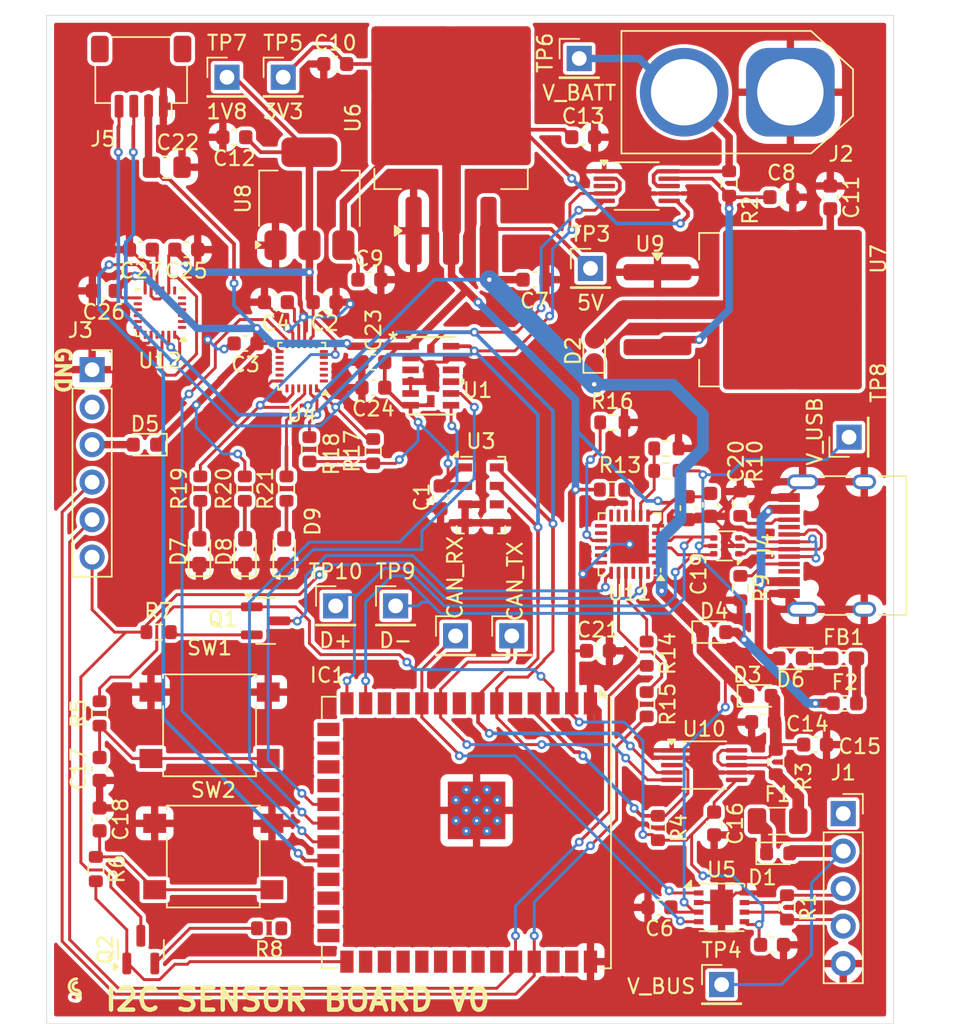
<source format=kicad_pcb>
(kicad_pcb (version 20240108) (generator "pcbnew") (generator_version "8.0")
  (layers (0 "F.Cu" signal) (31 "B.Cu" signal) (34 "B.Paste" user) (35 "F.Paste" user) (36 "B.SilkS" user "B.Silkscreen") (37 "F.SilkS" user "F.Silkscreen") (38 "B.Mask" user) (39 "F.Mask" user) (44 "Edge.Cuts" user))
  (net 0 "")
  (net 22 "+3V3")
  (net 23 "GND")
  (net 24 "+1V8")
  (net 25 "+5V")
  (net 26 "CANH")
  (net 27 "CANL")
  (net 29 "Net-(U4-REGOUT)")
  (net 30 "/Power/V_BATT")
  (net 31 "/Power/5V_LDO")
  (net 32 "Net-(C17-Pad2)")
  (net 33 "Net-(C18-Pad2)")
  (net 34 "5V_BUS")
  (net 35 "/Flashing/V_USB")
  (net 36 "Net-(D5-A)")
  (net 37 "Net-(D6-K)")
  (net 38 "Net-(U10-Vbus)")
  (net 39 "/Flashing/TX0")
  (net 40 "/Flashing/RX0")
  (net 41 "/Flashing/IO0")
  (net 42 "/CAN Bus/CAN_RX")
  (net 43 "/CAN Bus/CAN_TX")
  (net 44 "/Flashing/EN")
  (net 45 "/Power/BATT_INPUT")
  (net 46 "/Flashing/DTR")
  (net 48 "/Flashing/CC1")
  (net 49 "/Flashing/D+")
  (net 50 "/Flashing/D-")
  (net 51 "/Flashing/CC2")
  (net 52 "Net-(Q1-B)")
  (net 53 "/Flashing/RTS")
  (net 54 "Net-(Q2-B)")
  (net 55 "Net-(U11-VBUS)")
  (net 56 "Net-(U11-~{RST})")
  (net 57 "/Flashing/TXD")
  (net 58 "/Flashing/RXD")
  (net 59 "Net-(U11-~{SUSPEND})")
  (net 86 "Net-(D7-A)")
  (net 87 "Net-(D8-A)")
  (net 88 "Net-(D9-A)")
  (net 89 "Net-(F2-Pad2)")
  (net 90 "/Flashing/USB-")
  (net 91 "/Flashing/USB+")
  (net 95 "Net-(U12-REGOUT)")
  (net 96 "/ADXL375/ADXL_INT2")
  (net 97 "/ICM20948 IMU/ICM_INT")
  (net 98 "/MCU/INA_ALERT")
  (net 99 "/ADXL375/SCL")
  (net 100 "/ADXL375/SDA")
  (net 101 "/ADXL375/ADXL_INT1")
  (net 102 "/ICM20948 IMU1/ICM_INT")
  (net 118 "/Flashing/VBUS")
  (net 119 "/Power/V_BUS_Out")
  (net 120 "Net-(D1-K)")
  (footprint "Capacitor_SMD:C_0603_1608Metric" (layer "F.Cu") (at 129.064 126.13 -90)
    (property "Reference" "C16")
    (property "Value" "0.1uF")
  )
  (footprint "Diode_SMD:D_0603_1608Metric" (layer "F.Cu") (at 120.936 94.113 90)
    (property "Reference" "D2")
    (property "Value" "D")
  )
  (footprint "Capacitor_SMD:C_0603_1608Metric" (layer "F.Cu") (at 132.379 119.259 180)
    (property "Reference" "C14")
    (property "Value" "47uF")
  )
  (footprint "Diode_SMD:D_0603_1608Metric" (layer "F.Cu") (at 133.4075 128.149)
    (property "Reference" "D1")
    (property "Value" "D" (hide yes))
  )
  (footprint "Resistor_SMD:R_0603_1608Metric" (layer "F.Cu") (at 97.252 103.441 90)
    (property "Reference" "R20")
    (property "Value" "1k")
  )
  (footprint "Resistor_SMD:R_0603_1608Metric" (layer "F.Cu") (at 122.143 103.511 180)
    (property "Reference" "R13")
    (property "Value" "1k")
  )
  (footprint "Connector_PinSocket_2.54mm:PinSocket_1x06_P2.54mm_Vertical" (layer "F.Cu") (at 86.9 95.383)
    (property "Reference" "J3")
    (property "Value" "Conn_01x06_Pin")
  )
  (footprint "Connector_JST:JST_SH_SM04B-SRSS-TB_1x04-1MP_P1.00mm_Horizontal" (layer "F.Cu") (at 90.226 75.535 180)
    (property "Reference" "J5")
    (property "Value" "Conn_01x04")
  )
  (footprint "Capacitor_SMD:C_0603_1608Metric" (layer "F.Cu") (at 87.694 90.045 180)
    (property "Reference" "C26")
    (property "Value" "0.1uF")
  )
  (footprint "Capacitor_SMD:C_0603_1608Metric" (layer "F.Cu") (at 120.187 79.635)
    (property "Reference" "C13")
    (property "Value" "0.1uF")
  )
  (footprint "Connector_PinHeader_2.54mm:PinHeader_1x01_P2.54mm_Vertical" (layer "F.Cu") (at 120.682 88.525)
    (property "Reference" "TP3")
    (property "Value" "5V")
  )
  (footprint "Diode_SMD:D_0603_1608Metric" (layer "F.Cu") (at 132.1375 117.481)
    (property "Reference" "D3")
    (property "Value" "D")
  )
  (footprint "Capacitor_SMD:C_0603_1608Metric" (layer "F.Cu") (at 99.359 90.811 180)
    (property "Reference" "C4")
    (property "Value" "0.1uF")
  )
  (footprint "Button_Switch_SMD:SW_SPST_B3S-1000" (layer "F.Cu") (at 95.117 128.367)
    (property "Reference" "SW2")
    (property "Value" "BOOT")
  )
  (footprint "Connector_PinHeader_2.54mm:PinHeader_1x01_P2.54mm_Vertical" (layer "F.Cu") (at 99.852 75.571)
    (property "Reference" "TP5")
    (property "Value" "3V3")
  )
  (footprint "Connector_PinHeader_2.54mm:PinHeader_1x01_P2.54mm_Vertical" (layer "F.Cu") (at 138.208 99.955 90)
    (property "Reference" "TP8")
    (property "Value" "V_USB")
  )
  (footprint "Capacitor_SMD:C_0603_1608Metric" (layer "F.Cu") (at 90.208 87.251 180)
    (property "Reference" "C27")
    (property "Value" "0.1uF")
  )
  (footprint "Capacitor_SMD:C_0603_1608Metric" (layer "F.Cu") (at 132.991 134.349 180)
    (property "Reference" "C5" (hide yes))
    (property "Value" "0.1uF")
  )
  (footprint "Package_SO:VSSOP-10_3x3mm_P0.5mm" (layer "F.Cu") (at 123.816 82.945)
    (property "Reference" "U9")
    (property "Value" "INA233")
  )
  (footprint "LED_SMD:LED_0603_1608Metric_Pad1.05x0.95mm_HandSolder" (layer "F.Cu") (at 97.272 107.716 90)
    (property "Reference" "D8")
    (property "Value" "GREEN")
  )
  (footprint "Resistor_SMD:R_0603_1608Metric" (layer "F.Cu") (at 87.408 118.674 90)
    (property "Reference" "R5")
    (property "Value" "0")
  )
  (footprint "Connector_PinHeader_2.54mm:PinHeader_1x01_P2.54mm_Vertical" (layer "F.Cu") (at 115.348 113.417)
    (property "Reference" "TP1" (hide yes))
    (property "Value" "CAN_TX")
  )
  (footprint "Fuse:Fuse_0603_1608Metric" (layer "F.Cu") (at 137.9285 117.989)
    (property "Reference" "F2")
    (property "Value" "5V/3A")
  )
  (footprint "LED_SMD:LED_0603_1608Metric_Pad1.05x0.95mm_HandSolder" (layer "F.Cu") (at 99.922 107.716 90)
    (property "Reference" "D9")
    (property "Value" "GREEN")
  )
  (footprint "Capacitor_SMD:C_0805_2012Metric_Pad1.18x1.45mm_HandSolder" (layer "F.Cu") (at 91.9585 81.667)
    (property "Reference" "C22")
    (property "Value" "22u")
  )
  (footprint "Capacitor_SMD:C_0603_1608Metric" (layer "F.Cu") (at 125.358 131.809 180)
    (property "Reference" "C6")
    (property "Value" "0.1uF")
  )
  (footprint "Package_SO:VSSOP-10_3x3mm_P0.5mm" (layer "F.Cu") (at 128.388 122.173)
    (property "Reference" "U10")
    (property "Value" "INA233")
  )
  (footprint "Connector_PinHeader_2.54mm:PinHeader_1x01_P2.54mm_Vertical" (layer "F.Cu") (at 129.572 137.039)
    (property "Reference" "TP4")
    (property "Value" "V_BUS")
  )
  (footprint "Button_Switch_SMD:SW_SPST_B3S-1000" (layer "F.Cu") (at 94.863 119.477)
    (property "Reference" "SW1")
    (property "Value" "EN")
  )
  (footprint "Capacitor_SMD:C_0603_1608Metric" (layer "F.Cu") (at 103.378 74.676)
    (property "Reference" "C10")
    (property "Value" "10uF")
  )
  (footprint "Resistor_SMD:R_0603_1608Metric" (layer "F.Cu") (at 124.492 114.624 -90)
    (property "Reference" "R14")
    (property "Value" "22")
  )
  (footprint "Capacitor_SMD:C_0603_1608Metric" (layer "F.Cu") (at 102.661 90.811 180)
    (property "Reference" "C2")
    (property "Value" "0.1uF")
  )
  (footprint "Connector_PinHeader_2.54mm:PinHeader_1x01_P2.54mm_Vertical" (layer "F.Cu") (at 96.044 75.571)
    (property "Reference" "TP7")
    (property "Value" "1V8")
  )
  (footprint "Capacitor_SMD:C_0603_1608Metric" (layer "F.Cu") (at 105.963 96.601 180)
    (property "Reference" "C24")
    (property "Value" "0.1uF")
  )
  (footprint "Package_TO_SOT_SMD:SOT-223-3_TabPin2" (layer "F.Cu") (at 101.632 83.801 90)
    (property "Reference" "U8")
    (property "Value" "AMS1117-1.8")
  )
  (footprint "Package_TO_SOT_SMD:SOT-666" (layer "F.Cu") (at 129.89 107.321 180)
    (property "Reference" "U2" (hide yes))
    (property "Value" "USBLC6-2P6" (hide yes))
  )
  (footprint "Resistor_SMD:R_0603_1608Metric" (layer "F.Cu") (at 130.842 104.464 90)
    (property "Reference" "R10")
    (property "Value" "5.1k")
  )
  (footprint "Connector_PinHeader_2.54mm:PinHeader_1x01_P2.54mm_Vertical" (layer "F.Cu") (at 111.538 113.417)
    (property "Reference" "TP2" (hide yes))
    (property "Value" "CAN_RX")
  )
  (footprint "Capacitor_SMD:C_0603_1608Metric" (layer "F.Cu") (at 87.408 125.85 -90)
    (property "Reference" "C18")
    (property "Value" "0.1uF")
  )
  (footprint "Capacitor_SMD:C_0603_1608Metric" (layer "F.Cu") (at 135.909 120.783)
    (property "Reference" "C15")
    (property "Value" "0.1uF")
  )
  (footprint "Capacitor_SMD:C_0603_1608Metric" (layer "F.Cu") (at 105.696 89.287)
    (property "Reference" "C9")
    (property "Value" "10uF")
  )
  (footprint "Capacitor_SMD:C_0603_1608Metric" (layer "F.Cu") (at 93.282 87.251 180)
    (property "Reference" "C25")
    (property "Value" "0.1uF")
  )
  (footprint "Sensor_Motion:InvenSense_QFN-24_3x3mm_P0.4mm" (layer "F.Cu") (at 91.496 91.519 180)
    (property "Reference" "U12")
    (property "Value" "ICM-20948")
  )
  (footprint "Resistor_SMD:R_0603_1608Metric" (layer "F.Cu") (at 101.632 100.78 90)
    (property "Reference" "R18")
    (property "Value" "4.7k")
  )
  (footprint "Resistor_SMD:R_0603_1608Metric" (layer "F.Cu") (at 91.409 113.163)
    (property "Reference" "R7")
    (property "Value" "12k")
  )
  (footprint "Resistor_SMD:R_0603_1608Metric" (layer "F.Cu") (at 125.825 102.241 180)
    (property "Reference" "R11" (hide yes))
    (property "Value" "22.1k")
  )
  (footprint "Connector_AMASS:AMASS_XT60-M_1x02_P7.20mm_Vertical" (layer "F.Cu") (at 134.232 76.587 180)
    (property "Reference" "J2")
    (property "Value" "Conn_01x02")
  )
  (footprint "Capacitor_SMD:C_0603_1608Metric" (layer "F.Cu") (at 116.885 89.287 180)
    (property "Reference" "C7")
    (property "Value" "10uF")
  )
  (footprint "Resistor_SMD:R_0603_1608Metric" (layer "F.Cu") (at 125.825 100.717)
    (property "Reference" "R12" (hide yes))
    (property "Value" "47.5k")
  )
  (footprint "Package_TO_SOT_SMD:TO-263-3_TabPin2" (layer "F.Cu") (at 111.233 78.323 90)
    (property "Reference" "U6")
    (property "Value" "LM1085-3.3")
  )
  (footprint "Resistor_SMD:R_0603_1608Metric" (layer "F.Cu") (at 125.254 126.434 -90)
    (property "Reference" "R4")
    (property "Value" "1k")
  )
  (footprint "Resistor_SMD:R_0603_1608Metric" (layer "F.Cu") (at 98.901 133.229 180)
    (property "Reference" "R8")
    (property "Value" "12k")
  )
  (footprint "Capacitor_SMD:C_0603_1608Metric" (layer "F.Cu") (at 127.286 104.768 -90)
    (property "Reference" "C19")
    (property "Value" ".1uF")
  )
  (footprint "Capacitor_SMD:C_0603_1608Metric" (layer "F.Cu") (at 97.301 93.605 180)
    (property "Reference" "C3")
    (property "Value" "0.1uF")
  )
  (footprint "Sensor_Motion:InvenSense_QFN-24_3x3mm_P0.4mm" (layer "F.Cu") (at 101.108 95.153 180)
    (property "Reference" "U4")
    (property "Value" "ICM-20948")
  )
  (footprint "Package_TO_SOT_SMD:SOT-23" (layer "F.Cu") (at 90.202 134.6745 90)
    (property "Reference" "Q2")
    (property "Value" "NPN")
  )
  (footprint "Capacitor_SMD:C_0603_1608Metric" (layer "F.Cu") (at 87.408 122.434 90)
    (property "Reference" "C17")
    (property "Value" "0.1uF")
  )
  (footprint "Capacitor_SMD:C_0603_1608Metric" (layer "F.Cu") (at 128.81 104.54 -90)
    (property "Reference" "C20")
    (property "Value" "4.7uF")
  )
  (footprint "Connector_USB:USB_C_Receptacle_HRO_TYPE-C-31-M-12" (layer "F.Cu") (at 138.19 107.297 90)
    (property "Reference" "J4")
    (property "Value" "USB_C_Receptacle_USB2.0")
  )
  (footprint "Connector_PinSocket_2.54mm:PinSocket_1x05_P2.54mm_Vertical" (layer "F.Cu") (at 137.817 125.459)
    (property "Reference" "J1")
    (property "Value" "Conn_01x05_Socket")
  )
  (footprint "Resistor_SMD:R_0603_1608Metric" (layer "F.Cu") (at 87.154 129.215 -90)
    (property "Reference" "R6")
    (property "Value" "0")
  )
  (footprint "Fuse:Fuse_1206_3216Metric" (layer "F.Cu") (at 133.369 125.967)
    (property "Reference" "F1")
    (property "Value" "Polyfuse")
  )
  (footprint "Package_TO_SOT_SMD:TO-263-3_TabPin2" (layer "F.Cu") (at 132.874 91.319)
    (property "Reference" "U7")
    (property "Value" "LM1085-5.0")
  )
  (footprint "Package_DFN_QFN:DFN-8-1EP_3x3mm_P0.65mm_EP1.55x2.4mm" (layer "F.Cu") (at 129.5685 131.809)
    (property "Reference" "U5")
    (property "Value" "MCP2542FDxMF")
  )
  (footprint "Package_LGA:LGA-8_3x5mm_P1.25mm" (layer "F.Cu") (at 113.257 103.882)
    (property "Reference" "U3")
    (property "Value" "MS5607-02BA")
  )
  (footprint "Capacitor_SMD:C_0603_1608Metric" (layer "F.Cu") (at 105.963 94.875 180)
    (property "Reference" "C23")
    (property "Value" "1uF")
  )
  (footprint "Resistor_SMD:R_0603_1608Metric" (layer "F.Cu") (at 124.492 118.052 -90)
    (property "Reference" "R15")
    (property "Value" "22")
  )
  (footprint "Resistor_SMD:R_0603_1608Metric" (layer "F.Cu") (at 130.08 82.77 -90)
    (property "Reference" "R2")
    (property "Value" "200m")
  )
  (footprint "Connector_PinHeader_2.54mm:PinHeader_1x01_P2.54mm_Vertical" (layer "F.Cu") (at 107.474 111.385)
    (property "Reference" "TP9")
    (property "Value" "D-")
  )
  (footprint "RF_Module:ESP32-S3-WROOM-1U" (layer "F.Cu") (at 112.272 126.739 -90)
    (property "Reference" "IC1")
    (property "Value" "ESP32-S3-WROOM-1U-N16")
  )
  (footprint "Diode_SMD:D_0603_1608Metric" (layer "F.Cu") (at 129.064 113.163)
    (property "Reference" "D4")
    (property "Value" "D")
  )
  (footprint "Diode_SMD:D_0603_1608Metric" (layer "F.Cu") (at 134.2535 114.941 180)
    (property "Reference" "D6")
    (property "Value" "D")
  )
  (footprint "Capacitor_SMD:C_0603_1608Metric" (layer "F.Cu") (at 96.539 79.635 180)
    (property "Reference" "C12")
    (property "Value" "22uF")
  )
  (footprint "Capacitor_SMD:C_0603_1608Metric" (layer "F.Cu") (at 121.19 114.433)
    (property "Reference" "C21")
    (property "Value" "0.1uF")
  )
  (footprint "Capacitor_SMD:C_0603_1608Metric" (layer "F.Cu") (at 110.522 104.032 -90)
    (property "Reference" "C1")
    (property "Value" "0.1uF")
  )
  (footprint "Resistor_SMD:R_0603_1608Metric" (layer "F.Cu") (at 133.245 121.966 90)
    (property "Reference" "R3")
    (property "Value" "200m")
  )
  (footprint "Resistor_SMD:R_0603_1608Metric" (layer "F.Cu") (at 100.076 103.441 90)
    (property "Reference" "R21")
    (property "Value" "1k")
  )
  (footprint "Resistor_SMD:R_0603_1608Metric" (layer "F.Cu") (at 122.164 98.957)
    (property "Reference" "R16")
    (property "Value" "1k")
  )
  (footprint "Package_DFN_QFN:QFN-24-1EP_4x4mm_P0.5mm_EP2.6x2.6mm" (layer "F.Cu") (at 123.334 107.209 180)
    (property "Reference" "U11")
    (property "Value" "CP2102N-Axx-xQFN24" (hide yes))
  )
  (footprint "Capacitor_SMD:C_0603_1608Metric" (layer "F.Cu") (at 133.623 83.699 180)
    (property "Reference" "C8")
    (property "Value" "10uF")
  )
  (footprint "Diode_SMD:D_0603_1608Metric" (layer "F.Cu") (at 90.4815 100.463 180)
    (property "Reference" "D5")
    (property "Value" "D")
  )
  (footprint "Sensor_Motion:LGA_CC-14-1_ADI" (layer "F.Cu") (at 109.860901 95.795)
    (property "Reference" "U1")
    (property "Value" "ADXL375BCCZ-RL7")
  )
  (footprint "Connector_PinHeader_2.54mm:PinHeader_1x01_P2.54mm_Vertical" (layer "F.Cu") (at 103.41 111.385)
    (property "Reference" "TP10")
    (property "Value" "D+")
  )
  (footprint "LED_SMD:LED_0603_1608Metric_Pad1.05x0.95mm_HandSolder" (layer "F.Cu") (at 94.174 107.716 90)
    (property "Reference" "D7")
    (property "Value" "GREEN")
  )
  (footprint "Resistor_SMD:R_0603_1608Metric" (layer "F.Cu") (at 94.234 103.441 90)
    (property "Reference" "R19")
    (property "Value" "220")
  )
  (footprint "Resistor_SMD:R_0603_1608Metric" (layer "F.Cu") (at 134.002873 131.812594 -90)
    (property "Reference" "R1")
    (property "Value" "120")
  )
  (footprint "Capacitor_SMD:C_0603_1608Metric" (layer "F.Cu") (at 136.938 83.712 -90)
    (property "Reference" "C11")
    (property "Value" "10uF")
  )
  (footprint "Inductor_SMD:L_0603_1608Metric_Pad1.05x0.95mm_HandSolder" (layer "F.Cu") (at 137.841 114.941)
    (property "Reference" "FB1")
    (property "Value" "BLM21PG221" (hide yes))
  )
  (footprint "Package_TO_SOT_SMD:SOT-23" (layer "F.Cu") (at 98.6625 112.401)
    (property "Reference" "Q1")
    (property "Value" "NPN")
  )
  (footprint "Connector_PinHeader_2.54mm:PinHeader_1x01_P2.54mm_Vertical" (layer "F.Cu") (at 119.92 74.301)
    (property "Reference" "TP6")
    (property "Value" "V_BATT")
  )
  (footprint "Resistor_SMD:R_0603_1608Metric" (layer "F.Cu") (at 105.95 100.908 90)
    (property "Reference" "R17")
    (property "Value" "4.7k")
  )
  (footprint "Resistor_SMD:R_0603_1608Metric" (layer "F.Cu") (at 130.842 110.178 -90)
    (property "Reference" "R9")
    (property "Value" "5.1k")
  )
  (gr_arc (start 85.852 137.922) (mid 85.729941 137.912161) (end 85.611034 137.882897) (stroke (width 0.2)) (layer "F.Cu"))
  (gr_arc (start 85.852 137.414) (mid 85.598 137.16) (end 85.852 136.906) (stroke (width 0.2)) (layer "F.SilkS"))
  (gr_arc (start 85.852 137.414) (mid 86.106 137.668) (end 85.852 137.922) (stroke (width 0.2)) (layer "F.SilkS"))
  (gr_arc (start 85.852 137.668) (mid 85.344 137.16) (end 85.852 136.652) (stroke (width 0.2)) (layer "F.SilkS"))
  (gr_line (start 83.82 139.7) (end 141.224 139.7) (stroke (width 0.05)) (layer "Edge.Cuts"))
  (gr_line (start 141.224 139.7) (end 141.224 71.374) (stroke (width 0.05)) (layer "Edge.Cuts"))
  (gr_line (start 141.224 71.374) (end 83.82 71.374) (stroke (width 0.05)) (layer "Edge.Cuts"))
  (gr_line (start 83.82 71.374) (end 83.82 139.7) (stroke (width 0.05)) (layer "Edge.Cuts"))
  (gr_text "GND" (at 84.328 93.726 270) (layer "F.SilkS") (effects (font (size 1 1) (thickness 0.25) (bold yes)) (justify left bottom)))
  (gr_text "I2C SENSOR BOARD V0" (at 87.63 138.938 0) (layer "F.SilkS") (effects (font (size 1.5 1.5) (thickness 0.3) (bold yes)) (justify left bottom)))
  (segment (start 107.6771 93.794999) (end 106.738 94.734099) (width 0.254) (layer "F.Cu") (net 22))
  (segment (start 112.046 90.238999) (end 112.046 89.795) (width 0.254) (layer "F.Cu") (net 22))
  (segment (start 108.49 93.794999) (end 104.361999 93.794999) (width 0.508) (layer "F.Cu") (net 22))
  (segment (start 114.04 79.127) (end 116.11 79.127) (width 0.254) (layer "F.Cu") (net 22))
  (segment (start 126.5 83.945) (end 126.516 83.945) (width 0.254) (layer "F.Cu") (net 22))
  (segment (start 126.143 104.4) (end 125.381 104.4) (width 0.254) (layer "F.Cu") (net 22))
  (segment (start 111.265 76.702) (end 103.932 84.035) (width 0.508) (layer "F.Cu") (net 22))
  (segment (start 108.49 98.315) (end 108.49 98.431) (width 0.2) (layer "F.Cu") (net 22))
  (segment (start 125.508 105.7225) (end 125.2715 105.959) (width 0.2) (layer "F.Cu") (net 22))
  (segment (start 93.961 97.771) (end 95.622 96.11) (width 0.508) (layer "F.Cu") (net 22))
  (segment (start 104.921 87.94) (end 103.932 86.951) (width 0.254) (layer "F.Cu") (net 22))
  (segment (start 124.8205 105.035) (end 124.584 105.2715) (width 0.2) (layer "F.Cu") (net 22))
  (segment (start 112.046 89.795) (end 112.3 90.049) (width 0.508) (layer "F.Cu") (net 22))
  (segment (start 112.3 90.049) (end 112.235999 90.049) (width 0.508) (layer "F.Cu") (net 22))
  (segment (start 127.54 128.911) (end 128.302 129.673) (width 0.2) (layer "F.Cu") (net 22))
  (segment (start 108.091 74.676) (end 108.49 74.277) (width 0.254) (layer "F.Cu") (net 22))
  (segment (start 114.04 79.127) (end 118.904 79.127) (width 0.254) (layer "F.Cu") (net 22))
  (segment (start 96.774 101.092) (end 96.774 101.134) (width 0.2) (layer "F.Cu") (net 22))
  (segment (start 96.52 86.868) (end 92.124 82.472) (width 0.254) (layer "F.Cu") (net 22))
  (segment (start 104.921 89.287) (end 104.921 87.94) (width 0.254) (layer "F.Cu") (net 22))
  (segment (start 104.153 74.676) (end 103.016 73.539) (width 0.254) (layer "F.Cu") (net 22))
  (segment (start 112.3 90.049) (end 113.062 90.811) (width 0.508) (layer "F.Cu") (net 22))
  (segment (start 101.884 73.539) (end 99.852 75.571) (width 0.254) (layer "F.Cu") (net 22))
  (segment (start 90.726 81.915) (end 90.726 76.962) (width 0.508) (layer "F.Cu") (net 22))
  (segment (start 104.361999 93.794999) (end 104.172 93.605) (width 0.508) (layer "F.Cu") (net 22))
  (segment (start 97.252 102.616) (end 97.252 101.612) (width 0.2) (layer "F.Cu") (net 22))
  (segment (start 95.622 96.059) (end 98.076 93.605) (width 0.508) (layer "F.Cu") (net 22))
  (segment (start 93.326 98.406) (end 93.961 97.771) (width 0.508) (layer "F.Cu") (net 22))
  (segment (start 103.016 73.539) (end 101.884 73.539) (width 0.254) (layer "F.Cu") (net 22))
  (segment (start 129.064 124.697) (end 129.064 125.355) (width 0.2) (layer "F.Cu") (net 22))
  (segment (start 105.95 101.733) (end 107.474 101.733) (width 0.2) (layer "F.Cu") (net 22))
  (segment (start 127.16 127.259) (end 127.54 126.879) (width 0.2) (layer "F.Cu") (net 22))
  (segment (start 89.481 89.033) (end 88.469 90.045) (width 0.508) (layer "F.Cu") (net 22))
  (segment (start 128.582 103.993) (end 128.81 103.765) (width 0.2) (layer "F.Cu") (net 22))
  (segment (start 125.381 104.4) (end 125.254 104.273) (width 0.254) (layer "F.Cu") (net 22))
  (segment (start 91.726 82.472) (end 90.921 81.667) (width 0.254) (layer "F.Cu") (net 22))
  (segment (start 91.269 100.463) (end 93.326 98.406) (width 0.508) (layer "F.Cu") (net 22))
  (segment (start 126.516 83.945) (end 127.286 84.715) (width 0.254) (layer "F.Cu") (net 22))
  (segment (start 98.076 92.589) (end 98.076 93.605) (width 0.508) (layer "F.Cu") (net 22))
  (segment (start 108.49 93.794999) (end 112.046 90.238999) (width 0.254) (layer "F.Cu") (net 22))
  (segment (start 99.06 93.605) (end 99.608 94.153) (width 0.2) (layer "F.Cu") (net 22))
  (segment (start 131.3095 132.975) (end 131.1185 132.784) (width 0.2) (layer "F.Cu") (net 22))
  (segment (start 96.774 101.134) (end 97.252 101.612) (width 0.2) (layer "F.Cu") (net 22))
  (segment (start 111.265 85.852) (end 111.265 89.014) (width 0.508) (layer "F.Cu") (net 22))
  (segment (start 88.943 90.519) (end 88.469 90.045) (width 0.2) (layer "F.Cu") (net 22))
  (segment (start 89.813 89.033) (end 89.481 89.033) (width 0.508) (layer "F.Cu") (net 22))
  (segment (start 107.474 101.733) (end 107.728 101.479) (width 0.2) (layer "F.Cu") (net 22))
  (segment (start 125.508 105.035) (end 124.8205 105.035) (width 0.2) (layer "F.Cu") (net 22))
  (segment (start 124.238 126.879) (end 124.874 126.879) (width 0.2) (layer "F.Cu") (net 22))
  (segment (start 120.415 114.433) (end 119.412 114.433) (width 0.2) (layer "F.Cu") (net 22))
  (segment (start 118.904 79.127) (end 119.412 79.635) (width 0.254) (layer "F.Cu") (net 22))
  (segment (start 107.931999 97.794999) (end 108.49 97.794999) (width 0.254) (layer "F.Cu") (net 22))
  (segment (start 111.03 102.749) (end 110.522 103.257) (width 0.508) (layer "F.Cu") (net 22))
  (segment (start 109.5794 97.794999) (end 109.860901 97.513498) (width 0.254) (layer "F.Cu") (net 22))
  (segment (start 126.27 104.273) (end 126.55 103.993) (width 0.2) (layer "F.Cu") (net 22))
  (segment (start 89.996 90.519) (end 88.943 90.519) (width 0.2) (layer "F.Cu") (net 22))
  (segment (start 112.235999 90.049) (end 108.49 93.794999) (width 0.508) (layer "F.Cu") (net 22))
  (segment (start 119.412 118.751) (end 119.92 119.259) (width 0.2) (layer "F.Cu") (net 22))
  (segment (start 127.54 126.879) (end 129.064 125.355) (width 0.2) (layer "F.Cu") (net 22))
  (segment (start 95.622 96.11) (end 95.622 96.059) (width 0.508) (layer "F.Cu") (net 22))
  (segment (start 111.265 76.702) (end 111.265 85.852) (width 1.27) (layer "F.Cu") (net 22))
  (segment (start 125.508 105.035) (end 126.27 104.273) (width 0.2) (layer "F.Cu") (net 22))
  (segment (start 111.265 89.014) (end 112.046 89.795) (width 0.508) (layer "F.Cu") (net 22))
  (segment (start 125.2715 106.459) (end 125.2715 105.959) (width 0.2) (layer "F.Cu") (net 22))
  (segment (start 130.588 123.173) (end 129.064 124.697) (width 0.2) (layer "F.Cu") (net 22))
  (segment (start 126.55 103.993) (end 127.286 103.993) (width 0.2) (layer "F.Cu") (net 22))
  (segment (start 127.286 103.993) (end 128.582 103.993) (width 0.2) (layer "F.Cu") (net 22))
  (segment (start 96.52 89.533) (end 96.52 86.868) (width 0.254) (layer "F.Cu") (net 22))
  (segment (start 132.112 134.245) (end 132.216 134.349) (width 0.2) (layer "F.Cu") (net 22))
  (segment (start 119.666 103.511) (end 119.412 103.765) (width 0.508) (layer "F.Cu") (net 22))
  (segment (start 108.49 98.431) (end 108.998 98.939) (width 0.2) (layer "F.Cu") (net 22))
  (segment (start 111.772 102.007) (end 111.03 102.749) (width 0.508) (layer "F.Cu") (net 22))
  (segment (start 112.182 102.007) (end 111.772 102.007) (width 0.508) (layer "F.Cu") (net 22))
  (segment (start 104.153 74.676) (end 108.091 74.676) (width 0.254) (layer "F.Cu") (net 22))
  (segment (start 127.54 126.879) (end 127.54 128.911) (width 0.2) (layer "F.Cu") (net 22))
  (segment (start 125.508 105.035) (end 125.508 105.7225) (width 0.2) (layer "F.Cu") (net 22))
  (segment (start 127.286 84.715) (end 127.286 84.969) (width 0.254) (layer "F.Cu") (net 22))
  (segment (start 126.27 104.273) (end 126.143 104.4) (width 0.254) (layer "F.Cu") (net 22))
  (segment (start 124.874 126.879) (end 125.254 127.259) (width 0.2) (layer "F.Cu") (net 22))
  (segment (start 111.03 101.733) (end 111.03 102.749) (width 0.2) (layer "F.Cu") (net 22))
  (segment (start 106.738 96.601) (end 107.931999 97.794999) (width 0.254) (layer "F.Cu") (net 22))
  (segment (start 106.738 94.734099) (end 106.738 96.601) (width 0.254) (layer "F.Cu") (net 22))
  (segment (start 105.822 101.605) (end 105.95 101.733) (width 0.2) (layer "F.Cu") (net 22))
  (segment (start 119.412 117.989) (end 119.412 118.751) (width 0.2) (layer "F.Cu") (net 22))
  (segment (start 90.921 81.667) (end 90.726 81.472) (width 0.508) (layer "F.Cu") (net 22))
  (segment (start 132.112 132.975) (end 131.3095 132.975) (width 0.2) (layer "F.Cu") (net 22))
  (segment (start 127.286 84.969) (end 126.778 85.477) (width 0.254) (layer "F.Cu") (net 22))
  (segment (start 92.124 82.472) (end 91.726 82.472) (width 0.254) (layer "F.Cu") (net 22))
  (segment (start 108.49 93.794999) (end 107.6771 93.794999) (width 0.254) (layer "F.Cu") (net 22))
  (segment (start 125.254 127.259) (end 127.16 127.259) (width 0.2) (layer "F.Cu") (net 22))
  (segment (start 98.076 93.605) (end 99.06 93.605) (width 0.2) (layer "F.Cu") (net 22))
  (segment (start 108.49 97.794999) (end 109.5794 97.794999) (width 0.254) (layer "F.Cu") (net 22))
  (segment (start 101.632 101.605) (end 105.822 101.605) (width 0.2) (layer "F.Cu") (net 22))
  (segment (start 103.932 84.035) (end 103.932 86.951) (width 0.508) (layer "F.Cu") (net 22))
  (segment (start 121.318 103.511) (end 119.666 103.511) (width 0.254) (layer "F.Cu") (net 22))
  (segment (start 119.412 114.433) (end 119.412 117.989) (width 0.508) (layer "F.Cu") (net 22))
  (segment (start 112.182 103.257) (end 110.522 103.257) (width 0.508) (layer "F.Cu") (net 22))
  (segment (start 116.11 79.127) (end 119.412 82.429) (width 0.254) (layer "F.Cu") (net 22))
  (segment (start 108.49 98.315) (end 108.49 97.794999) (width 0.254) (layer "F.Cu") (net 22))
  (segment (start 119.412 103.765) (end 119.412 114.433) (width 0.508) (layer "F.Cu") (net 22))
  (segment (start 132.112 132.975) (end 132.112 134.245) (width 0.2) (layer "F.Cu") (net 22))
  (via (at 119.412 82.429) (size 0.6) (drill 0.3) (layers "F.Cu" "B.Cu") (net 22))
  (via (at 96.52 89.533) (size 0.6) (drill 0.3) (layers "F.Cu" "B.Cu") (net 22))
  (via (at 107.728 101.479) (size 0.6) (drill 0.3) (layers "F.Cu" "B.Cu") (net 22))
  (via (at 108.998 98.939) (size 0.6) (drill 0.3) (layers "F.Cu" "B.Cu") (net 22))
  (via (at 119.92 119.259) (size 0.6) (drill 0.3) (layers "F.Cu" "B.Cu") (net 22))
  (via (at 111.03 101.733) (size 0.6) (drill 0.3) (layers "F.Cu" "B.Cu") (net 22))
  (via (at 124.238 126.879) (size 0.6) (drill 0.3) (layers "F.Cu" "B.Cu") (net 22))
  (via (at 132.112 132.975) (size 0.6) (drill 0.3) (layers "F.Cu" "B.Cu") (net 22))
  (via (at 93.961 97.771) (size 0.6) (drill 0.3) (layers "F.Cu" "B.Cu") (net 22))
  (via (at 104.172 93.605) (size 0.6) (drill 0.3) (layers "F.Cu" "B.Cu") (net 22))
  (via (at 119.666 103.511) (size 0.6) (drill 0.3) (layers "F.Cu" "B.Cu") (net 22))
  (via (at 89.813 89.033) (size 0.6) (drill 0.3) (layers "F.Cu" "B.Cu") (net 22))
  (via (at 126.778 85.477) (size 0.6) (drill 0.3) (layers "F.Cu" "B.Cu") (net 22))
  (via (at 113.062 90.811) (size 0.6) (drill 0.3) (layers "F.Cu" "B.Cu") (net 22))
  (via (at 96.774 101.092) (size 0.6) (drill 0.3) (layers "F.Cu" "B.Cu") (net 22))
  (via (at 98.076 92.589) (size 0.6) (drill 0.3) (layers "F.Cu" "B.Cu") (net 22))
  (via (at 125.254 104.273) (size 0.6) (drill 0.3) (layers "F.Cu" "B.Cu") (net 22))
  (via (at 128.302 129.673) (size 0.6) (drill 0.3) (layers "F.Cu" "B.Cu") (net 22))
  (segment (start 122.46 85.477) (end 126.778 85.477) (width 0.254) (layer "B.Cu") (net 22))
  (segment (start 90.456 89.033) (end 94.012 92.589) (width 0.508) (layer "B.Cu") (net 22))
  (segment (start 132.366 131.705) (end 132.366 132.467) (width 0.2) (layer "B.Cu") (net 22))
  (segment (start 93.961 99.295) (end 93.961 97.771) (width 0.2) (layer "B.Cu") (net 22))
  (segment (start 128.302 129.673) (end 130.334 129.673) (width 0.2) (layer "B.Cu") (net 22))
  (segment (start 119.412 82.429) (end 122.46 85.477) (width 0.254) (layer "B.Cu") (net 22))
  (segment (start 132.366 132.467) (end 132.366 132.721) (width 0.2) (layer "B.Cu") (net 22))
  (segment (start 122.968 119.259) (end 124.238 120.529) (width 0.2) (layer "B.Cu") (net 22))
  (segment (start 94.012 92.589) (end 98.076 92.589) (width 0.508) (layer "B.Cu") (net 22))
  (segment (start 96.52 89.533) (end 96.52 91.033) (width 0.254) (layer "B.Cu") (net 22))
  (segment (start 96.52 91.033) (end 98.076 92.589) (width 0.254) (layer "B.Cu") (net 22))
  (segment (start 107.728 101.479) (end 108.998 100.209) (width 0.2) (layer "B.Cu") (net 22))
  (segment (start 119.666 103.511) (end 119.666 99.447) (width 0.508) (layer "B.Cu") (net 22))
  (segment (start 119.92 119.259) (end 122.968 119.259) (width 0.2) (layer "B.Cu") (net 22))
  (segment (start 125.254 104.273) (end 124.492 104.273) (width 0.254) (layer "B.Cu") (net 22))
  (segment (start 119.666 99.447) (end 119.666 97.415) (width 0.508) (layer "B.Cu") (net 22))
  (segment (start 99.092 93.605) (end 104.172 93.605) (width 0.508) (layer "B.Cu") (net 22))
  (segment (start 98.076 92.589) (end 99.092 93.605) (width 0.508) (layer "B.Cu") (net 22))
  (segment (start 119.666 97.415) (end 113.062 90.811) (width 0.508) (layer "B.Cu") (net 22))
  (segment (start 130.334 129.673) (end 132.366 131.705) (width 0.2) (layer "B.Cu") (net 22))
  (segment (start 108.998 98.939) (end 111.03 100.971) (width 0.2) (layer "B.Cu") (net 22))
  (segment (start 132.366 132.721) (end 132.112 132.975) (width 0.2) (layer "B.Cu") (net 22))
  (segment (start 124.492 104.273) (end 119.666 99.447) (width 0.254) (layer "B.Cu") (net 22))
  (segment (start 111.03 100.971) (end 111.03 101.733) (width 0.2) (layer "B.Cu") (net 22))
  (segment (start 89.813 89.033) (end 90.456 89.033) (width 0.508) (layer "B.Cu") (net 22))
  (segment (start 124.238 120.529) (end 124.238 126.879) (width 0.2) (layer "B.Cu") (net 22))
  (segment (start 95.758 101.092) (end 96.774 101.092) (width 0.2) (layer "B.Cu") (net 22))
  (segment (start 93.961 99.295) (end 95.758 101.092) (width 0.2) (layer "B.Cu") (net 22))
  (segment (start 108.998 100.209) (end 108.998 98.939) (width 0.2) (layer "B.Cu") (net 22))
  (segment (start 96.233917 93.605) (end 95.85 93.988917) (width 0.2) (layer "F.Cu") (net 23))
  (segment (start 134.145 110.702) (end 135.06 111.617) (width 0.2) (layer "F.Cu") (net 23))
  (segment (start 121.19 118.497) (end 121.19 119.005) (width 0.508) (layer "F.Cu") (net 23))
  (segment (start 90.896 93.39036) (end 90.896 93.019) (width 0.2) (layer "F.Cu") (net 23))
  (segment (start 108.49 96.194999) (end 108.49 96.995) (width 0.2) (layer "F.Cu") (net 23))
  (segment (start 126.016 83.445) (end 124.053645 83.445) (width 0.254) (layer "F.Cu") (net 23))
  (segment (start 90.896 90.019) (end 90.896 90.39036) (width 0.2) (layer "F.Cu") (net 23))
  (segment (start 90.896 88.653314) (end 89.493686 87.251) (width 0.2) (layer "F.Cu") (net 23))
  (segment (start 94.738911 93.343) (end 94.738911 92.713089) (width 0.2) (layer "F.Cu") (net 23))
  (segment (start 123.334 107.209) (end 123.211 107.209) (width 0.2) (layer "F.Cu") (net 23))
  (segment (start 89.996 92.519) (end 89.996 93.29036) (width 0.2) (layer "F.Cu") (net 23))
  (segment (start 111.231802 94.595) (end 111.990702 94.595) (width 0.2) (layer "F.Cu") (net 23))
  (segment (start 134.145 103.892) (end 135.06 102.977) (width 0.2) (layer "F.Cu") (net 23))
  (segment (start 90.29964 93.594) (end 90.69236 93.594) (width 0.2) (layer "F.Cu") (net 23))
  (segment (start 89.41182 93.46818) (end 89.154 93.726) (width 0.2) (layer "F.Cu") (net 23))
  (segment (start 130.5435 130.834) (end 129.5685 131.809) (width 0.2) (layer "F.Cu") (net 23))
  (segment (start 100.508 96.653) (end 100.508 97.02436) (width 0.2) (layer "F.Cu") (net 23))
  (segment (start 89.996 93.29036) (end 90.29964 93.594) (width 0.2) (layer "F.Cu") (net 23))
  (segment (start 100.508 93.653) (end 100.508 92.90247) (width 0.2) (layer "F.Cu") (net 23))
  (segment (start 128.011096 122.673) (end 127.011096 121.673) (width 0.2) (layer "F.Cu") (net 23))
  (segment (start 124.053645 83.445) (end 122.553645 81.945) (width 0.254) (layer "F.Cu") (net 23))
  (segment (start 99.084 96.153) (end 98.5075 96.7295) (width 0.2) (layer "F.Cu") (net 23))
  (segment (start 125.2715 107.959) (end 124.084 107.959) (width 0.2) (layer "F.Cu") (net 23))
  (segment (start 90.896 90.019) (end 90.896 88.653314) (width 0.2) (layer "F.Cu") (net 23))
  (segment (start 99.06 97.282) (end 98.5075 96.7295) (width 0.2) (layer "F.Cu") (net 23))
  (segment (start 91.49236 90.594) (end 91.696 90.39036) (width 0.2) (layer "F.Cu") (net 23))
  (segment (start 99.084 96.153) (end 99.608 96.153) (width 0.2) (layer "F.Cu") (net 23))
  (segment (start 124.084 107.959) (end 123.334 107.209) (width 0.2) (layer "F.Cu") (net 23))
  (segment (start 94.738911 92.713089) (end 94.742 92.71) (width 0.2) (layer "F.Cu") (net 23))
  (segment (start 134.145 104.047) (end 134.145 103.892) (width 0.2) (layer "F.Cu") (net 23))
  (segment (start 100.508 97.02436) (end 99.99636 97.536) (width 0.2) (layer "F.Cu") (net 23))
  (segment (start 131.1185 130.834) (end 130.5435 130.834) (width 0.2) (layer "F.Cu") (net 23))
  (segment (start 129.826 106.678946) (end 129.826 106.305) (width 0.2) (layer "F.Cu") (net 23))
  (segment (start 109.374499 96.194999) (end 108.49 96.194999) (width 0.2) (layer "F.Cu") (net 23))
  (segment (start 130.468054 107.321) (end 129.826 106.678946) (width 0.2) (layer "F.Cu") (net 23))
  (segment (start 90.29964 93.594) (end 90.17382 93.46818) (width 0.2) (layer "F.Cu") (net 23))
  (segment (start 110.956401 94.870401) (end 111.231802 94.595) (width 0.2) (layer "F.Cu") (net 23))
  (segment (start 129.546 106.051) (end 128.81 105.315) (width 0.2) (layer "F.Cu") (net 23))
  (segment (start 98.5075 96.7295) (end 98.33 96.907) (width 0.2) (layer "F.Cu") (net 23))
  (segment (start 101.308 91.907072) (end 101.216 91.815072) (width 0.2) (layer "F.Cu") (net 23))
  (segment (start 129.572 106.051) (end 129.546 106.051) (width 0.2) (layer "F.Cu") (net 23))
  (segment (start 120.682 117.989) (end 121.19 118.497) (width 0.508) (layer "F.Cu") (net 23))
  (segment (start 99.99636 97.536) (end 99.06 97.536) (width 0.2) (layer "F.Cu") (net 23))
  (segment (start 121.19 119.005) (end 121.19 119.767) (width 0.508) (layer "F.Cu") (net 23))
  (segment (start 100.151265 92.378265) (end 98.584 90.811) (width 0.2) (layer "F.Cu") (net 23))
  (segment (start 89.493686 87.251) (end 89.433 87.251) (width 0.2) (layer "F.Cu") (net 23))
  (segment (start 127.286 105.543) (end 128.938 105.543) (width 0.2) (layer "F.Cu") (net 23))
  (segment (start 109.474 94.870401) (end 109.474 96.095498) (width 0.2) (layer "F.Cu") (net 23))
  (segment (start 91.696 90.39036) (end 91.696 90.019) (width 0.2) (layer "F.Cu") (net 23))
  (segment (start 127.011096 121.673) (end 126.188 121.673) (width 0.2) (layer "F.Cu") (net 23))
  (segment (start 101.308 93.653) (end 101.308 91.907072) (width 0.2) (layer "F.Cu") (net 23))
  (segment (start 121.19 119.767) (end 120.936 120.021) (width 0.508) (layer "F.Cu") (net 23))
  (segment (start 109.474 96.095498) (end 109.374499 96.194999) (width 0.2) (layer "F.Cu") (net 23))
  (segment (start 112.776 95.380298) (end 112.776 95.758) (width 0.2) (layer "F.Cu") (net 23))
  (segment (start 90.69236 93.594) (end 90.896 93.39036) (width 0.2) (layer "F.Cu") (net 23))
  (segment (start 129.826 106.305) (end 129.572 106.051) (width 0.2) (layer "F.Cu") (net 23))
  (segment (start 111.990702 94.595) (end 112.776 95.380298) (width 0.2) (layer "F.Cu") (net 23))
  (segment (start 129.2435 131.484) (end 129.5685 131.809) (width 0.2) (layer "F.Cu") (net 23))
  (segment (start 109.348401 94.870401) (end 110.956401 94.870401) (width 0.2) (layer "F.Cu") (net 23))
  (segment (start 99.06 97.536) (end 99.06 97.282) (width 0.2) (layer "F.Cu") (net 23))
  (segment (start 96.526 93.605) (end 96.233917 93.605) (width 0.2) (layer "F.Cu") (net 23))
  (segment (start 90.896 90.39036) (end 91.09964 90.594) (width 0.2) (layer "F.Cu") (net 23))
  (segment (start 90.17382 93.46818) (end 89.41182 93.46818) (width 0.2) (layer "F.Cu") (net 23))
  (segment (start 100.508 92.90247) (end 100.151265 92.545735) (width 0.2) (layer "F.Cu") (net 23))
  (segment (start 128.938 105.543) (end 130.842 103.639) (width 0.2) (layer "F.Cu") (net 23))
  (segment (start 91.09964 90.594) (end 91.49236 90.594) (width 0.2) (layer "F.Cu") (net 23))
  (segment (start 134.145 110.547) (end 134.145 110.702) (width 0.2) (layer "F.Cu") (net 23))
  (segment (start 108.49 94.595) (end 109.073 94.595) (width 0.2) (layer "F.Cu") (net 23))
  (segment (start 130.588 122.673) (end 128.011096 122.673) (width 0.2) (layer "F.Cu") (net 23))
  (segment (start 130.815 107.321) (end 130.468054 107.321) (width 0.2) (layer "F.Cu") (net 23))
  (segment (start 128.0185 131.484) (end 129.2435 131.484) (width 0.2) (layer "F.Cu") (net 23))
  (segment (start 100.151265 92.545735) (end 100.151265 92.378265) (width 0.2) (layer "F.Cu") (net 23))
  (segment (start 122.553645 81.945) (end 121.616 81.945) (width 0.254) (layer "F.Cu") (net 23))
  (segment (start 109.073 94.595) (end 109.348401 94.870401) (width 0.2) (layer "F.Cu") (net 23))
  (via (at 95.85 93.988917) (size 0.6) (drill 0.3) (layers "F.Cu" "B.Cu") (net 23))
  (via (at 104.394 90.932) (size 0.6) (drill 0.3) (layers "F.Cu" "B.Cu") (net 23))
  (via (at 94.738911 93.343) (size 0.6) (drill 0.3) (layers "F.Cu" "B.Cu") (net 23))
  (via (at 120.166 109.22) (size 0.6) (drill 0.3) (layers "F.Cu" "B.Cu") (net 23))
  (via (at 123.334 107.209) (size 0.6) (drill 0.3) (layers "F.Cu" "B.Cu") (net 23))
  (via (at 101.216 91.815072) (size 0.6) (drill 0.3) (layers "F.Cu" "B.Cu") (net 23))
  (via (at 100.151265 92.545735) (size 0.6) (drill 0.3) (layers "F.Cu" "B.Cu") (net 23))
  (segment (start 100.485337 92.545735) (end 101.216 91.815072) (width 0.2) (layer "B.Cu") (net 23))
  (segment (start 123.334 107.209) (end 122.177 107.209) (width 0.2) (layer "B.Cu") (net 23))
  (segment (start 95.384828 93.988917) (end 94.738911 93.343) (width 0.2) (layer "B.Cu") (net 23))
  (segment (start 95.85 93.988917) (end 95.384828 93.988917) (width 0.2) (layer "B.Cu") (net 23))
  (segment (start 101.216 91.815072) (end 103.510928 91.815072) (width 0.2) (layer "B.Cu") (net 23))
  (segment (start 100.151265 92.545735) (end 100.485337 92.545735) (width 0.2) (layer "B.Cu") (net 23))
  (segment (start 122.177 107.209) (end 120.166 109.22) (width 0.2) (layer "B.Cu") (net 23))
  (segment (start 103.510928 91.815072) (end 104.394 90.932) (width 0.2) (layer "B.Cu") (net 23))
  (segment (start 91.696 93.39036) (end 91.634 93.45236) (width 0.2) (layer "F.Cu") (net 24))
  (segment (start 93.25 88.271) (end 93.25 87.994) (width 0.508) (layer "F.Cu") (net 24))
  (segment (start 101.308 97.02436) (end 100.95536 97.377) (width 0.2) (layer "F.Cu") (net 24))
  (segment (start 92.542529 95.758) (end 93.98 94.320529) (width 0.2) (layer "F.Cu") (net 24))
  (segment (start 101.632 86.951) (end 101.632 90.557) (width 0.508) (layer "F.Cu") (net 24))
  (segment (start 93.98 90.424) (end 92.71 89.154) (width 0.2) (layer "F.Cu") (net 24))
  (segment (start 91.634 95.444) (end 91.948 95.758) (width 0.2) (layer "F.Cu") (net 24))
  (segment (start 103.382308 94.359) (end 103.382308 93.444308) (width 0.2) (layer "F.Cu") (net 24))
  (segment (start 93.25 87.994) (end 92.507 87.251) (width 0.508) (layer "F.Cu") (net 24))
  (segment (start 101.886 93.10364) (end 101.886 91.948) (width 0.2) (layer "F.Cu") (net 24))
  (segment (start 91.696 93.019) (end 91.696 93.39036) (width 0.2) (layer "F.Cu") (net 24))
  (segment (start 92.096 89.154) (end 92.096 90.019) (width 0.2) (layer "F.Cu") (net 24))
  (segment (start 101.708 93.28164) (end 101.886 93.10364) (width 0.2) (layer "F.Cu") (net 24))
  (segment (start 100.901131 97.377) (end 100.342131 97.936) (width 0.2) (layer "F.Cu") (net 24))
  (segment (start 101.708 93.653) (end 101.708 93.28164) (width 0.2) (layer "F.Cu") (net 24))
  (segment (start 94.234 102.616) (end 94.234 101.854) (width 0.2) (layer "F.Cu") (net 24))
  (segment (start 94.234 101.854) (end 98.298 97.79) (width 0.2) (layer "F.Cu") (net 24))
  (segment (start 92.096 87.662) (end 92.096 89.154) (width 0.2) (layer "F.Cu") (net 24))
  (segment (start 100.342131 97.936) (end 98.444 97.936) (width 0.2) (layer "F.Cu") (net 24))
  (segment (start 101.886 91.948) (end 101.886 90.811) (width 0.2) (layer "F.Cu") (net 24))
  (segment (start 91.634 93.45236) (end 91.634 95.444) (width 0.2) (layer "F.Cu") (net 24))
  (segment (start 92.507 87.251) (end 92.096 87.662) (width 0.2) (layer "F.Cu") (net 24))
  (segment (start 91.948 95.758) (end 92.542529 95.758) (width 0.2) (layer "F.Cu") (net 24))
  (segment (start 96.552 75.571) (end 96.044 75.571) (width 0.254) (layer "F.Cu") (net 24))
  (segment (start 93.98 94.320529) (end 93.98 90.424) (width 0.2) (layer "F.Cu") (net 24))
  (segment (start 98.33 80.651) (end 97.314 79.635) (width 0.254) (layer "F.Cu") (net 24))
  (segment (start 103.382308 93.444308) (end 101.886 91.948) (width 0.2) (layer "F.Cu") (net 24))
  (segment (start 98.444 97.936) (end 98.298 97.79) (width 0.2) (layer "F.Cu") (net 24))
  (segment (start 101.632 80.651) (end 101.632 86.951) (width 0.508) (layer "F.Cu") (net 24))
  (segment (start 101.632 90.557) (end 101.886 90.811) (width 0.508) (layer "F.Cu") (net 24))
  (segment (start 101.308 96.653) (end 101.308 97.02436) (width 0.2) (layer "F.Cu") (net 24))
  (segment (start 100.95536 97.377) (end 100.901131 97.377) (width 0.2) (layer "F.Cu") (net 24))
  (segment (start 92.71 89.154) (end 92.096 89.154) (width 0.2) (layer "F.Cu") (net 24))
  (segment (start 101.632 80.651) (end 98.33 80.651) (width 0.254) (layer "F.Cu") (net 24))
  (segment (start 101.632 80.651) (end 96.552 75.571) (width 0.254) (layer "F.Cu") (net 24))
  (via (at 93.25 88.271) (size 0.6) (drill 0.3) (layers "F.Cu" "B.Cu") (net 24))
  (via (at 101.632 88.779) (size 0.6) (drill 0.3) (layers "F.Cu" "B.Cu") (net 24))
  (via (at 98.298 97.79) (size 0.6) (drill 0.3) (layers "F.Cu" "B.Cu") (net 24))
  (via (at 103.382308 94.359) (size 0.6) (drill 0.3) (layers "F.Cu" "B.Cu") (net 24))
  (segment (start 93.758 88.779) (end 93.25 88.271) (width 0.508) (layer "B.Cu") (net 24))
  (segment (start 101.632 88.779) (end 93.758 88.779) (width 0.508) (layer "B.Cu") (net 24))
  (segment (start 101.729 94.359) (end 103.382308 94.359) (width 0.2) (layer "B.Cu") (net 24))
  (segment (start 98.298 97.79) (end 101.729 94.359) (width 0.2) (layer "B.Cu") (net 24))
  (segment (start 118.009 85.852) (end 120.682 88.525) (width 0.254) (layer "F.Cu") (net 25))
  (segment (start 128.0185 132.134) (end 127.715 132.134) (width 0.2) (layer "F.Cu") (net 25))
  (segment (start 128.2765 113.1375) (end 125.508 110.369) (width 0.8) (layer "F.Cu") (net 25))
  (segment (start 129.953 116.084) (end 128.2765 114.4075) (width 0.8) (layer "F.Cu") (net 25))
  (segment (start 100.076 100.602) (end 100.076 98.806) (width 0.2) (layer "F.Cu") (net 25))
  (segment (start 101.54 97.804) (end 101.078 97.804) (width 0.254) (layer "F.Cu") (net 25))
  (segment (start 129.826 116.211) (end 129.953 116.084) (width 0.2) (layer "F.Cu") (net 25))
  (segment (start 128.2765 113.163) (end 128.2765 113.1375) (width 0.8) (layer "F.Cu") (net 25))
  (segment (start 127.715 132.134) (end 127.032 131.451) (width 0.2) (layer "F.Cu") (net 25))
  (segment (start 113.805 85.852) (end 118.009 85.852) (width 0.254) (layer "F.Cu") (net 25))
  (segment (start 120.936 94.9005) (end 120.936 96.3735) (width 1.27) (layer "F.Cu") (net 25))
  (segment (start 128.0185 132.134) (end 126.458 132.134) (width 0.2) (layer "F.Cu") (net 25))
  (segment (start 126.458 132.134) (end 126.133 131.809) (width 0.2) (layer "F.Cu") (net 25))
  (segment (start 100.076 98.806) (end 101.078 97.804) (width 0.2) (layer "F.Cu") (net 25))
  (segment (start 100.076 100.602) (end 100.076 102.616) (width 0.254) (layer "F.Cu") (net 25))
  (segment (start 113.805 85.852) (end 113.805 89.268) (width 1.27) (layer "F.Cu") (net 25))
  (segment (start 131.35 117.481) (end 129.953 116.084) (width 0.8) (layer "F.Cu") (net 25))
  (segment (start 113.805 89.268) (end 113.824 89.287) (width 1.27) (layer "F.Cu") (net 25))
  (segment (start 113.824 89.287) (end 116.11 89.287) (width 0.508) (layer "F.Cu") (net 25))
  (segment (start 128.2765 114.4075) (end 128.2765 113.163) (width 0.8) (layer "F.Cu") (net 25))
  (segment (start 129.826 118.243) (end 129.826 116.211) (width 0.2) (layer "F.Cu") (net 25))
  (via (at 129.826 118.243) (size 0.6) (drill 0.3) (layers "F.Cu" "B.Cu") (net 25))
  (via (at 101.54 97.804) (size 0.6) (drill 0.3) (layers "F.Cu" "B.Cu") (net 25))
  (via (at 113.824 89.287) (size 0.6) (drill 0.3) (layers "F.Cu" "B.Cu") (net 25))
  (via (at 127.032 131.451) (size 0.6) (drill 0.3) (layers "F.Cu" "B.Cu") (net 25))
  (via (at 120.936 96.3735) (size 0.6) (drill 0.3) (layers "F.Cu" "B.Cu") (net 25))
  (via (at 125.508 110.369) (size 0.6) (drill 0.3) (layers "F.Cu" "B.Cu") (net 25))
  (segment (start 127.032 121.037) (end 129.826 118.243) (width 0.2) (layer "B.Cu") (net 25))
  (segment (start 110.103 89.287) (end 113.824 89.287) (width 0.254) (layer "B.Cu") (net 25))
  (segment (start 126.27 96.399) (end 128.302 98.431) (width 0.8) (layer "B.Cu") (net 25))
  (segment (start 120.936 96.3735) (end 120.9615 96.399) (width 0.8) (layer "B.Cu") (net 25))
  (segment (start 126.778 102.241) (end 126.778 105.543) (width 0.8) (layer "B.Cu") (net 25))
  (segment (start 125.508 106.813) (end 125.508 110.369) (width 0.8) (layer "B.Cu") (net 25))
  (segment (start 120.9105 96.3735) (end 113.824 89.287) (width 1.27) (layer "B.Cu") (net 25))
  (segment (start 127.032 131.451) (end 127.032 121.037) (width 0.2) (layer "B.Cu") (net 25))
  (segment (start 101.54 97.804) (end 101.586 97.804) (width 0.254) (layer "B.Cu") (net 25))
  (segment (start 120.936 96.3735) (end 120.9105 96.3735) (width 1.27) (layer "B.Cu") (net 25))
  (segment (start 126.778 105.543) (end 125.508 106.813) (width 0.8) (layer "B.Cu") (net 25))
  (segment (start 128.302 98.431) (end 128.302 100.717) (width 0.8) (layer "B.Cu") (net 25))
  (segment (start 120.9615 96.399) (end 126.27 96.399) (width 0.8) (layer "B.Cu") (net 25))
  (segment (start 101.586 97.804) (end 110.103 89.287) (width 0.254) (layer "B.Cu") (net 25))
  (segment (start 120.936 96.3735) (end 120.936 96.145) (width 0.2) (layer "B.Cu") (net 25))
  (segment (start 128.302 100.717) (end 126.778 102.241) (width 0.8) (layer "B.Cu") (net 25))
  (segment (start 137.368406 130.987594) (end 137.817 130.539) (width 0.2) (layer "F.Cu") (net 26))
  (segment (start 133.506467 131.484) (end 131.1185 131.484) (width 0.2) (layer "F.Cu") (net 26))
  (segment (start 134.002873 130.987594) (end 133.506467 131.484) (width 0.2) (layer "F.Cu") (net 26))
  (segment (start 134.002873 130.987594) (end 137.368406 130.987594) (width 0.2) (layer "F.Cu") (net 26))
  (segment (start 137.121594 132.637594) (end 134.002873 132.637594) (width 0.2) (layer "F.Cu") (net 27))
  (segment (start 133.499279 132.134) (end 131.1185 132.134) (width 0.2) (layer "F.Cu") (net 27))
  (segment (start 137.817 133.079) (end 137.563 133.079) (width 0.2) (layer "F.Cu") (net 27))
  (segment (start 134.002873 132.637594) (end 133.499279 132.134) (width 0.2) (layer "F.Cu") (net 27))
  (segment (start 137.563 133.079) (end 137.121594 132.637594) (width 0.2) (layer "F.Cu") (net 27))
  (segment (start 100.908 93.653) (end 100.908 92.373) (width 0.2) (layer "F.Cu") (net 29))
  (segment (start 100.616 91.293) (end 100.134 90.811) (width 0.2) (layer "F.Cu") (net 29))
  (segment (start 100.616 92.081) (end 100.616 91.293) (width 0.2) (layer "F.Cu") (net 29))
  (segment (start 100.908 92.373) (end 100.616 92.081) (width 0.2) (layer "F.Cu") (net 29))
  (segment (start 130.184 83.699) (end 130.08 83.595) (width 0.254) (layer "F.Cu") (net 30))
  (segment (start 128.93 82.445) (end 130.08 83.595) (width 0.254) (layer "F.Cu") (net 30))
  (segment (start 126.016 82.445) (end 128.93 82.445) (width 0.254) (layer "F.Cu") (net 30))
  (segment (start 125.732 93.351) (end 125.224 93.859) (width 0.508) (layer "F.Cu") (net 30))
  (segment (start 130.08 83.595) (end 130.08 84.461) (width 0.508) (layer "F.Cu") (net 30))
  (segment (start 132.848 83.699) (end 130.184 83.699) (width 0.254) (layer "F.Cu") (net 30))
  (segment (start 128.048 93.351) (end 125.732 93.351) (width 0.508) (layer "F.Cu") (net 30))
  (via (at 130.08 84.461) (size 0.6) (drill 0.3) (layers "F.Cu" "B.Cu") (net 30))
  (via (at 128.048 93.351) (size 0.6) (drill 0.3) (layers "F.Cu" "B.Cu") (net 30))
  (segment (start 130.08 84.461) (end 130.08 91.319) (width 0.508) (layer "B.Cu") (net 30))
  (segment (start 130.08 91.319) (end 128.048 93.351) (width 0.508) (layer "B.Cu") (net 30))
  (segment (start 134.374 91.319) (end 125.224 91.319) (width 1.27) (layer "F.Cu") (net 31))
  (segment (start 135.414 87.159) (end 136.799 88.544) (width 0.508) (layer "F.Cu") (net 31))
  (segment (start 136.938 84.487) (end 136.938 87.159) (width 0.508) (layer "F.Cu") (net 31))
  (segment (start 122.9425 91.319) (end 120.936 93.3255) (width 1.27) (layer "F.Cu") (net 31))
  (segment (start 125.224 91.319) (end 122.9425 91.319) (width 1.27) (layer "F.Cu") (net 31))
  (segment (start 89.636 121.727) (end 87.408 119.499) (width 0.2) (layer "F.Cu") (net 32))
  (segment (start 90.888 121.727) (end 89.636 121.727) (width 0.2) (layer "F.Cu") (net 32))
  (segment (start 87.408 119.499) (end 87.408 121.659) (width 0.2) (layer "F.Cu") (net 32))
  (segment (start 90.888 121.727) (end 98.838 121.727) (width 0.2) (layer "F.Cu") (net 32))
  (segment (start 87.408 126.625) (end 87.408 128.136) (width 0.2) (layer "F.Cu") (net 33))
  (segment (start 91.142 130.617) (end 99.092 130.617) (width 0.2) (layer "F.Cu") (net 33))
  (segment (start 91.142 130.617) (end 88.915 128.39) (width 0.2) (layer "F.Cu") (net 33))
  (segment (start 88.915 128.39) (end 87.154 128.39) (width 0.2) (layer "F.Cu") (net 33))
  (segment (start 87.408 128.136) (end 87.154 128.39) (width 0.2) (layer "F.Cu") (net 33))
  (segment (start 137.817 127.999) (end 134.345 127.999) (width 0.8) (layer "F.Cu") (net 34))
  (segment (start 134.345 127.999) (end 134.195 128.149) (width 0.8) (layer "F.Cu") (net 34))
  (segment (start 137.817 127.999) (end 135.668 130.148) (width 0.2) (layer "B.Cu") (net 34))
  (segment (start 133.636 137.039) (end 129.572 137.039) (width 0.2) (layer "B.Cu") (net 34))
  (segment (start 135.668 130.148) (end 135.668 135.007) (width 0.2) (layer "B.Cu") (net 34))
  (segment (start 135.668 135.007) (end 133.636 137.039) (width 0.2) (layer "B.Cu") (net 34))
  (segment (start 126.65 102.241) (end 128.048 102.241) (width 0.2) (layer "F.Cu") (net 35))
  (segment (start 137.141 117.989) (end 135.922 117.989) (width 0.6) (layer "F.Cu") (net 35))
  (segment (start 128.048 102.241) (end 128.302 102.495) (width 0.2) (layer "F.Cu") (net 35))
  (segment (start 128.965 107.321) (end 128.048 107.321) (width 0.2) (layer "F.Cu") (net 35))
  (segment (start 129.8515 113.163) (end 130.588 113.163) (width 0.6) (layer "F.Cu") (net 35))
  (segment (start 130.588 113.163) (end 131.096 113.671) (width 0.6) (layer "F.Cu") (net 35))
  (via (at 135.922 117.989) (size 0.6) (drill 0.3) (layers "F.Cu" "B.Cu") (net 35))
  (via (at 128.048 107.321) (size 0.6) (drill 0.3) (layers "F.Cu" "B.Cu") (net 35))
  (via (at 128.302 102.495) (size 0.6) (drill 0.3) (layers "F.Cu" "B.Cu") (net 35))
  (via (at 131.096 113.671) (size 0.6) (drill 0.3) (layers "F.Cu" "B.Cu") (net 35))
  (segment (start 128.302 107.067) (end 128.302 102.495) (width 0.2) (layer "B.Cu") (net 35))
  (segment (start 131.096 101.479) (end 136.684 101.479) (width 0.2) (layer "B.Cu") (net 35))
  (segment (start 136.684 101.479) (end 138.208 99.955) (width 0.2) (layer "B.Cu") (net 35))
  (segment (start 128.048 108.083) (end 128.048 107.321) (width 0.2) (layer "B.Cu") (net 35))
  (segment (start 128.048 107.321) (end 128.302 107.067) (width 0.2) (layer "B.Cu") (net 35))
  (segment (start 135.922 117.989) (end 135.414 117.989) (width 0.6) (layer "B.Cu") (net 35))
  (segment (start 131.096 113.671) (end 131.096 111.131) (width 0.2) (layer "B.Cu") (net 35))
  (segment (start 130.08 102.495) (end 131.096 101.479) (width 0.2) (layer "B.Cu") (net 35))
  (segment (start 135.414 117.989) (end 131.096 113.671) (width 0.6) (layer "B.Cu") (net 35))
  (segment (start 128.302 102.495) (end 130.08 102.495) (width 0.2) (layer "B.Cu") (net 35))
  (segment (start 131.096 111.131) (end 128.048 108.083) (width 0.2) (layer "B.Cu") (net 35))
  (segment (start 89.694 100.463) (end 86.9 100.463) (width 0.508) (layer "F.Cu") (net 36))
  (segment (start 136.966 114.941) (end 135.041 114.941) (width 0.6) (layer "F.Cu") (net 37))
  (segment (start 132.627 122.173) (end 129.943 122.173) (width 0.2) (layer "F.Cu") (net 38))
  (segment (start 129.318 121.44059) (end 129.318 121.90541) (width 0.2) (layer "F.Cu") (net 38))
  (segment (start 134.769 125.967) (end 134.769 124.315) (width 0.8) (layer "F.Cu") (net 38))
  (segment (start 130.588 121.173) (end 129.58559 121.173) (width 0.2) (layer "F.Cu") (net 38))
  (segment (start 129.58559 122.173) (end 130.588 122.173) (width 0.2) (layer "F.Cu") (net 38))
  (segment (start 134.769 124.315) (end 133.245 122.791) (width 0.8) (layer "F.Cu") (net 38))
  (segment (start 129.318 121.90541) (end 129.58559 122.173) (width 0.2) (layer "F.Cu") (net 38))
  (segment (start 134.515 126.221) (end 134.769 125.967) (width 0.6) (layer "F.Cu") (net 38))
  (segment (start 133.245 122.791) (end 132.627 122.173) (width 0.2) (layer "F.Cu") (net 38))
  (segment (start 129.58559 121.173) (end 129.318 121.44059) (width 0.2) (layer "F.Cu") (net 38))
  (segment (start 116.872 135.489) (end 116.872 136.439) (width 0.2) (layer "F.Cu") (net 39))
  (segment (start 122.46 120.909) (end 122.46 125.863) (width 0.2) (layer "F.Cu") (net 39))
  (segment (start 84.868 105.035) (end 86.9 103.003) (width 0.2) (layer "F.Cu") (net 39))
  (segment (start 84.868 134.111) (end 84.868 105.035) (width 0.2) (layer "F.Cu") (net 39))
  (segment (start 116.872 135.489) (end 116.872 133.737) (width 0.2) (layer "F.Cu") (net 39))
  (segment (start 122.46 125.863) (end 120.682 127.641) (width 0.2) (layer "F.Cu") (net 39))
  (segment (start 115.618 137.693) (end 88.45 137.693) (width 0.2) (layer "F.Cu") (net 39))
  (segment (start 124.492 118.877) (end 122.46 120.909) (width 0.2) (layer "F.Cu") (net 39))
  (segment (start 116.872 136.439) (end 115.618 137.693) (width 0.2) (layer "F.Cu") (net 39))
  (segment (start 88.45 137.693) (end 84.868 134.111) (width 0.2) (layer "F.Cu") (net 39))
  (via (at 116.872 133.737) (size 0.6) (drill 0.3) (layers "F.Cu" "B.Cu") (net 39))
  (via (at 120.682 127.641) (size 0.6) (drill 0.3) (layers "F.Cu" "B.Cu") (net 39))
  (segment (start 116.872 131.451) (end 116.872 133.737) (width 0.2) (layer "B.Cu") (net 39))
  (segment (start 120.682 127.641) (end 116.872 131.451) (width 0.2) (layer "B.Cu") (net 39))
  (segment (start 115.602 135.489) (end 115.602 136.019) (width 0.2) (layer "F.Cu") (net 40))
  (segment (start 85.376 133.991) (end 85.376 107.067) (width 0.2) (layer "F.Cu") (net 40))
  (segment (start 121.952 125.355) (end 121.952 117.481) (width 0.2) (layer "F.Cu") (net 40))
  (segment (start 119.92 127.387) (end 121.952 125.355) (width 0.2) (layer "F.Cu") (net 40))
  (segment (start 114.328 137.293) (end 88.678 137.293) (width 0.2) (layer "F.Cu") (net 40))
  (segment (start 88.678 137.293) (end 85.376 133.991) (width 0.2) (layer "F.Cu") (net 40))
  (segment (start 123.984 115.449) (end 124.492 115.449) (width 0.2) (layer "F.Cu") (net 40))
  (segment (start 115.602 135.489) (end 115.602 133.737) (width 0.2) (layer "F.Cu") (net 40))
  (segment (start 121.952 117.481) (end 123.984 115.449) (width 0.2) (layer "F.Cu") (net 40))
  (segment (start 85.376 107.067) (end 86.9 105.543) (width 0.2) (layer "F.Cu") (net 40))
  (segment (start 115.602 136.019) (end 114.328 137.293) (width 0.2) (layer "F.Cu") (net 40))
  (via (at 119.92 127.387) (size 0.6) (drill 0.3) (layers "F.Cu" "B.Cu") (net 40))
  (via (at 115.602 133.737) (size 0.6) (drill 0.3) (layers "F.Cu" "B.Cu") (net 40))
  (segment (start 115.602 133.737) (end 115.602 131.705) (width 0.2) (layer "B.Cu") (net 40))
  (segment (start 115.602 131.705) (end 119.92 127.387) (width 0.2) (layer "B.Cu") (net 40))
  (segment (start 89.252 133.3295) (end 89.252 135.5335) (width 0.2) (layer "F.Cu") (net 41))
  (segment (start 93.3545 135.6645) (end 93.53 135.489) (width 0.2) (layer "F.Cu") (net 41))
  (segment (start 93.53 135.489) (end 104.172 135.489) (width 0.2) (layer "F.Cu") (net 41))
  (segment (start 90.425 136.7065) (end 91.472 136.7065) (width 0.2) (layer "F.Cu") (net 41))
  (segment (start 89.252 135.5335) (end 90.425 136.7065) (width 0.2) (layer "F.Cu") (net 41))
  (segment (start 91.472 136.7065) (end 92.514 135.6645) (width 0.2) (layer "F.Cu") (net 41))
  (segment (start 92.514 135.6645) (end 93.3545 135.6645) (width 0.2) (layer "F.Cu") (net 41))
  (segment (start 87.154 131.2315) (end 89.252 133.3295) (width 0.2) (layer "F.Cu") (net 41))
  (segment (start 87.154 130.04) (end 87.154 131.2315) (width 0.2) (layer "F.Cu") (net 41))
  (segment (start 111.792 121.545) (end 111.792 121.479) (width 0.2) (layer "F.Cu") (net 42))
  (segment (start 111.792 121.479) (end 109.252 118.939) (width 0.2) (layer "F.Cu") (net 42))
  (segment (start 109.252 115.703) (end 111.538 113.417) (width 0.2) (layer "F.Cu") (net 42))
  (segment (start 128.0185 132.784) (end 126.828 132.784) (width 0.2) (layer "F.Cu") (net 42))
  (segment (start 109.252 118.939) (end 109.252 117.989) (width 0.2) (layer "F.Cu") (net 42))
  (segment (start 126.828 132.784) (end 126.778 132.734) (width 0.2) (layer "F.Cu") (net 42))
  (segment (start 109.252 117.989) (end 109.252 115.703) (width 0.2) (layer "F.Cu") (net 42))
  (via (at 111.792 121.545) (size 0.6) (drill 0.3) (layers "F.Cu" "B.Cu") (net 42))
  (via (at 126.778 132.734) (size 0.6) (drill 0.3) (layers "F.Cu" "B.Cu") (net 42))
  (segment (start 115.589 121.545) (end 111.792 121.545) (width 0.2) (layer "B.Cu") (net 42))
  (segment (start 126.778 132.734) (end 115.589 121.545) (width 0.2) (layer "B.Cu") (net 42))
  (segment (start 110.522 117.989) (end 110.522 117.039) (width 0.2) (layer "F.Cu") (net 43))
  (segment (start 112.3 120.717) (end 110.522 118.939) (width 0.2) (layer "F.Cu") (net 43))
  (segment (start 115.348 114.941) (end 115.348 113.417) (width 0.2) (layer "F.Cu") (net 43))
  (segment (start 110.522 117.039) (end 112.366 115.195) (width 0.2) (layer "F.Cu") (net 43))
  (segment (start 110.522 118.939) (end 110.522 117.989) (width 0.2) (layer "F.Cu") (net 43))
  (segment (start 126.161 130.834) (end 126.016 130.689) (width 0.2) (layer "F.Cu") (net 43))
  (segment (start 112.3 120.783) (end 112.3 120.717) (width 0.2) (layer "F.Cu") (net 43))
  (segment (start 128.0185 130.834) (end 126.161 130.834) (width 0.2) (layer "F.Cu") (net 43))
  (segment (start 115.094 115.195) (end 115.348 114.941) (width 0.2) (layer "F.Cu") (net 43))
  (segment (start 112.366 115.195) (end 115.094 115.195) (width 0.2) (layer "F.Cu") (net 43))
  (via (at 126.016 130.689) (size 0.6) (drill 0.3) (layers "F.Cu" "B.Cu") (net 43))
  (via (at 112.3 120.783) (size 0.6) (drill 0.3) (layers "F.Cu" "B.Cu") (net 43))
  (segment (start 116.11 120.783) (end 126.016 130.689) (width 0.2) (layer "B.Cu") (net 43))
  (segment (start 112.3 120.783) (end 116.11 120.783) (width 0.2) (layer "B.Cu") (net 43))
  (segment (start 117.325108 116.156108) (end 118.142 116.973) (width 0.2) (layer "F.Cu") (net 44))
  (segment (start 100.682 111.451) (end 97.725 111.451) (width 0.2) (layer "F.Cu") (net 44))
  (segment (start 92.422 111.451) (end 91.284 112.589) (width 0.2) (layer "F.Cu") (net 44))
  (segment (start 108.236 115.195) (end 107.728 114.687) (width 0.2) (layer "F.Cu") (net 44))
  (segment (start 101.632 112.401) (end 100.682 111.451) (width 0.2) (layer "F.Cu") (net 44))
  (segment (start 101.632 113.925) (end 101.632 112.401) (width 0.2) (layer "F.Cu") (net 44))
  (segment (start 87.408 116.973) (end 87.408 117.849) (width 0.2) (layer "F.Cu") (net 44))
  (segment (start 102.394 114.687) (end 101.632 113.925) (width 0.2) (layer "F.Cu") (net 44))
  (segment (start 89.44 116.211) (end 88.17 116.211) (width 0.2) (layer "F.Cu") (net 44))
  (segment (start 107.728 114.687) (end 102.394 114.687) (width 0.2) (layer "F.Cu") (net 44))
  (segment (start 97.725 111.451) (end 92.422 111.451) (width 0.2) (layer "F.Cu") (net 44))
  (segment (start 91.284 112.589) (end 91.284 114.367) (width 0.2) (layer "F.Cu") (net 44))
  (segment (start 88.17 116.211) (end 87.408 116.973) (width 0.2) (layer "F.Cu") (net 44))
  (segment (start 118.142 116.973) (end 118.142 117.989) (width 0.2) (layer "F.Cu") (net 44))
  (segment (start 91.284 114.367) (end 89.44 116.211) (width 0.2) (layer "F.Cu") (net 44))
  (via (at 108.236 115.195) (size 0.6) (drill 0.3) (layers "F.Cu" "B.Cu") (net 44))
  (via (at 117.325108 116.156108) (size 0.6) (drill 0.3) (layers "F.Cu" "B.Cu") (net 44))
  (segment (start 108.744 115.703) (end 108.236 115.195) (width 0.2) (layer "B.Cu") (net 44))
  (segment (start 116.872 115.703) (end 108.744 115.703) (width 0.2) (layer "B.Cu") (net 44))
  (segment (start 117.325108 116.156108) (end 116.872 115.703) (width 0.2) (layer "B.Cu") (net 44))
  (segment (start 126.016 81.945) (end 130.08 81.945) (width 0.254) (layer "F.Cu") (net 45))
  (segment (start 127.032 76.587) (end 130.08 79.635) (width 0.508) (layer "F.Cu") (net 45))
  (segment (start 125.220408 82.945) (end 126.016 82.945) (width 0.254) (layer "F.Cu") (net 45))
  (segment (start 125.220408 81.945) (end 124.964 82.201408) (width 0.254) (layer "F.Cu") (net 45))
  (segment (start 130.08 79.635) (end 130.08 81.945) (width 0.508) (layer "F.Cu") (net 45))
  (segment (start 124.964 82.201408) (end 124.964 82.688592) (width 0.254) (layer "F.Cu") (net 45))
  (segment (start 124.964 82.688592) (end 125.220408 82.945) (width 0.254) (layer "F.Cu") (net 45))
  (segment (start 126.016 81.945) (end 125.220408 81.945) (width 0.254) (layer "F.Cu") (net 45))
  (segment (start 123.984 74.301) (end 119.92 74.301) (width 0.508) (layer "B.Cu") (net 45))
  (segment (start 126.27 76.587) (end 123.984 74.301) (width 0.508) (layer "B.Cu") (net 45))
  (segment (start 127.032 76.587) (end 126.27 76.587) (width 0.508) (layer "B.Cu") (net 45))
  (segment (start 90.584 112.688) (end 90.584 113.163) (width 0.2) (layer "F.Cu") (net 46))
  (segment (start 124.084 109.1465) (end 124.084 110.269) (width 0.2) (layer "F.Cu") (net 46))
  (segment (start 89.186 113.163) (end 88.424 113.163) (width 0.2) (layer "F.Cu") (net 46))
  (segment (start 88.424 113.163) (end 86.9 111.639) (width 0.2) (layer "F.Cu") (net 46))
  (segment (start 86.138 116.211) (end 86.138 122.815) (width 0.2) (layer "F.Cu") (net 46))
  (segment (start 87.662 129.278) (end 88.17 129.786) (width 0.2) (layer "F.Cu") (net 46))
  (segment (start 92.649 110.623) (end 90.584 112.688) (width 0.2) (layer "F.Cu") (net 46))
  (segment (start 124.084 110.269) (end 123.984 110.369) (width 0.2) (layer "F.Cu") (net 46))
  (segment (start 90.584 113.163) (end 89.186 113.163) (width 0.2) (layer "F.Cu") (net 46))
  (segment (start 90.202 132.467) (end 90.202 133.737) (width 0.2) (layer "F.Cu") (net 46))
  (segment (start 86.138 122.815) (end 86.138 128.77) (width 0.2) (layer "F.Cu") (net 46))
  (segment (start 100.95653 110.623) (end 92.649 110.623) (width 0.2) (layer "F.Cu") (net 46))
  (segment (start 86.138 128.77) (end 86.646 129.278) (width 0.2) (layer "F.Cu") (net 46))
  (segment (start 86.646 129.278) (end 87.662 129.278) (width 0.2) (layer "F.Cu") (net 46))
  (segment (start 86.9 111.639) (end 86.9 108.083) (width 0.2) (layer "F.Cu") (net 46))
  (segment (start 88.17 129.786) (end 88.17 130.435) (width 0.2) (layer "F.Cu") (net 46))
  (segment (start 89.186 113.163) (end 86.138 116.211) (width 0.2) (layer "F.Cu") (net 46))
  (segment (start 88.17 130.435) (end 90.202 132.467) (width 0.2) (layer "F.Cu") (net 46))
  (segment (start 102.310265 109.269265) (end 100.95653 110.623) (width 0.2) (layer "F.Cu") (net 46))
  (via (at 102.310265 109.269265) (size 0.6) (drill 0.3) (layers "F.Cu" "B.Cu") (net 46))
  (via (at 123.984 110.369) (size 0.6) (drill 0.3) (layers "F.Cu" "B.Cu") (net 46))
  (segment (start 121.19 110.877) (end 110.833686 110.877) (width 0.2) (layer "B.Cu") (net 46))
  (segment (start 109.026843 109.070157) (end 108.401686 108.445) (width 0.2) (layer "B.Cu") (net 46))
  (segment (start 108.401686 108.445) (end 106.35 108.445) (width 0.2) (layer "B.Cu") (net 46))
  (segment (start 103.904 108.591) (end 102.98853 108.591) (width 0.2) (layer "B.Cu") (net 46))
  (segment (start 102.98853 108.591) (end 102.310265 109.269265) (width 0.2) (layer "B.Cu") (net 46))
  (segment (start 123.476 110.877) (end 121.19 110.877) (width 0.2) (layer "B.Cu") (net 46))
  (segment (start 106.35 108.445) (end 106.204 108.591) (width 0.2) (layer "B.Cu") (net 46))
  (segment (start 106.204 108.591) (end 103.904 108.591) (width 0.2) (layer "B.Cu") (net 46))
  (segment (start 110.833686 110.877) (end 109.026843 109.070157) (width 0.2) (layer "B.Cu") (net 46))
  (segment (start 123.984 110.369) (end 123.476 110.877) (width 0.2) (layer "B.Cu") (net 46))
  (segment (start 134.145 108.547) (end 132.41 108.547) (width 0.2) (layer "F.Cu") (net 48))
  (segment (start 130.842 109.353) (end 131.604 109.353) (width 0.2) (layer "F.Cu") (net 48))
  (segment (start 132.41 108.547) (end 131.604 109.353) (width 0.2) (layer "F.Cu") (net 48))
  (segment (start 128.302 107.921) (end 128.9775 107.921) (width 0.2) (layer "F.Cu") (net 49))
  (segment (start 125.2715 107.459) (end 126.154 107.459) (width 0.2) (layer "F.Cu") (net 49))
  (segment (start 126.432 109.099) (end 127.61 107.921) (width 0.2) (layer "F.Cu") (net 49))
  (segment (start 127.61 107.921) (end 128.302 107.921) (width 0.2) (layer "F.Cu") (net 49))
  (segment (start 126.616 107.921) (end 128.302 107.921) (width 0.2) (layer "F.Cu") (net 49))
  (segment (start 126.154 107.459) (end 126.616 107.921) (width 0.2) (layer "F.Cu") (net 49))
  (segment (start 104.172 116.465) (end 104.172 117.989) (width 0.2) (layer "F.Cu") (net 49))
  (segment (start 128.9775 107.921) (end 129.04 107.8585) (width 0.2) (layer "F.Cu") (net 49))
  (via (at 126.432 109.099) (size 0.6) (drill 0.3) (layers "F.Cu" "B.Cu") (net 49))
  (via (at 104.172 116.465) (size 0.6) (drill 0.3) (layers "F.Cu" "B.Cu") (net 49))
  (segment (start 104.68 110.877) (end 104.68 115.957) (width 0.2) (layer "B.Cu") (net 49))
  (segment (start 108.236 108.845) (end 106.712 108.845) (width 0.2) (layer "B.Cu") (net 49))
  (segment (start 104.68 115.957) (end 104.172 116.465) (width 0.2) (layer "B.Cu") (net 49))
  (segment (start 110.776 111.385) (end 108.236 108.845) (width 0.2) (layer "B.Cu") (net 49))
  (segment (start 104.172 110.623) (end 103.41 111.385) (width 0.2) (layer "B.Cu") (net 49))
  (segment (start 105.188 110.369) (end 104.68 110.877) (width 0.2) (layer "B.Cu") (net 49))
  (segment (start 126.432 110.715) (end 125.762 111.385) (width 0.2) (layer "B.Cu") (net 49))
  (segment (start 125.762 111.385) (end 110.776 111.385) (width 0.2) (layer "B.Cu") (net 49))
  (segment (start 105.188 110.369) (end 104.934 110.623) (width 0.2) (layer "B.Cu") (net 49))
  (segment (start 106.712 108.845) (end 105.188 110.369) (width 0.2) (layer "B.Cu") (net 49))
  (segment (start 126.432 109.099) (end 126.432 110.715) (width 0.2) (layer "B.Cu") (net 49))
  (segment (start 104.934 110.623) (end 104.172 110.623) (width 0.2) (layer "B.Cu") (net 49))
  (segment (start 127.54 106.813) (end 127.032 107.321) (width 0.2) (layer "F.Cu") (net 50))
  (segment (start 128.9775 106.721) (end 127.54 106.721) (width 0.2) (layer "F.Cu") (net 50))
  (segment (start 127.54 106.721) (end 127.54 106.813) (width 0.2) (layer "F.Cu") (net 50))
  (segment (start 126.124 106.959) (end 125.2715 106.959) (width 0.2) (layer "F.Cu") (net 50))
  (segment (start 129.04 106.7835) (end 128.9775 106.721) (width 0.2) (layer "F.Cu") (net 50))
  (segment (start 126.362 106.721) (end 126.124 106.959) (width 0.2) (layer "F.Cu") (net 50))
  (segment (start 105.442 116.465) (end 105.442 117.989) (width 0.2) (layer "F.Cu") (net 50))
  (segment (start 127.54 106.721) (end 126.362 106.721) (width 0.2) (layer "F.Cu") (net 50))
  (via (at 105.442 116.465) (size 0.6) (drill 0.3) (layers "F.Cu" "B.Cu") (net 50))
  (via (at 127.032 107.321) (size 0.6) (drill 0.3) (layers "F.Cu" "B.Cu") (net 50))
  (segment (start 109.76 111.131) (end 110.522 111.893) (width 0.2) (layer "B.Cu") (net 50))
  (segment (start 110.522 111.893) (end 126.016 111.893) (width 0.2) (layer "B.Cu") (net 50))
  (segment (start 127.032 110.877) (end 127.032 108.764059) (width 0.2) (layer "B.Cu") (net 50))
  (segment (start 105.442 111.131) (end 105.442 116.465) (width 0.2) (layer "B.Cu") (net 50))
  (segment (start 127.023735 108.258736) (end 127.032 108.250471) (width 0.2) (layer "B.Cu") (net 50))
  (segment (start 109.252 111.131) (end 108.998 111.385) (width 0.2) (layer "B.Cu") (net 50))
  (segment (start 107.982 109.353) (end 107.22 109.353) (width 0.2) (layer "B.Cu") (net 50))
  (segment (start 126.016 111.893) (end 127.032 110.877) (width 0.2) (layer "B.Cu") (net 50))
  (segment (start 127.032 108.250471) (end 127.032 107.321) (width 0.2) (layer "B.Cu") (net 50))
  (segment (start 107.22 109.353) (end 105.442 111.131) (width 0.2) (layer "B.Cu") (net 50))
  (segment (start 109.76 111.131) (end 107.982 109.353) (width 0.2) (layer "B.Cu") (net 50))
  (segment (start 127.032 108.764059) (end 127.023735 108.755794) (width 0.2) (layer "B.Cu") (net 50))
  (segment (start 108.998 111.385) (end 107.474 111.385) (width 0.2) (layer "B.Cu") (net 50))
  (segment (start 109.76 111.131) (end 109.252 111.131) (width 0.2) (layer "B.Cu") (net 50))
  (segment (start 127.023735 108.755794) (end 127.023735 108.258736) (width 0.2) (layer "B.Cu") (net 50))
  (segment (start 132.97 105.797) (end 131.35 105.797) (width 0.2) (layer "F.Cu") (net 51))
  (segment (start 133.22 105.547) (end 132.97 105.797) (width 0.2) (layer "F.Cu") (net 51))
  (segment (start 134.145 105.547) (end 133.22 105.547) (width 0.2) (layer "F.Cu") (net 51))
  (segment (start 134.145 105.547) (end 134.115 105.577) (width 0.2) (layer "F.Cu") (net 51))
  (segment (start 131.35 105.797) (end 130.842 105.289) (width 0.2) (layer "F.Cu") (net 51))
  (segment (start 92.488 113.163) (end 92.676 113.351) (width 0.2) (layer "F.Cu") (net 52))
  (segment (start 92.676 113.351) (end 97.725 113.351) (width 0.2) (layer "F.Cu") (net 52))
  (segment (start 92.234 113.163) (end 92.488 113.163) (width 0.2) (layer "F.Cu") (net 52))
  (segment (start 121.698 109.5325) (end 122.084 109.1465) (width 0.2) (layer "F.Cu") (net 53))
  (segment (start 100.783471 112.401) (end 100.805244 112.422773) (width 0.2) (layer "F.Cu") (net 53))
  (segment (start 99.6 112.401) (end 100.783471 112.401) (width 0.2) (layer "F.Cu") (net 53))
  (segment (start 121.698 110.115) (end 121.698 109.5325) (width 0.2) (layer "F.Cu") (net 53))
  (via (at 100.805244 112.422773) (size 0.6) (drill 0.3) (layers "F.Cu" "B.Cu") (net 53))
  (via (at 121.698 110.115) (size 0.6) (drill 0.3) (layers "F.Cu" "B.Cu") (net 53))
  (segment (start 121.444 110.369) (end 121.698 110.115) (width 0.2) (layer "B.Cu") (net 53))
  (segment (start 101.378 109.353) (end 102.756 107.975) (width 0.2) (layer "B.Cu") (net 53))
  (segment (start 102.756 107.975) (end 108.636 107.975) (width 0.2) (layer "B.Cu") (net 53))
  (segment (start 108.636 107.975) (end 111.03 110.369) (width 0.2) (layer "B.Cu") (net 53))
  (segment (start 111.03 110.369) (end 121.444 110.369) (width 0.2) (layer "B.Cu") (net 53))
  (segment (start 101.378 111.850017) (end 101.378 109.353) (width 0.2) (layer "B.Cu") (net 53))
  (segment (start 100.805244 112.422773) (end 101.378 111.850017) (width 0.2) (layer "B.Cu") (net 53))
  (segment (start 98.076 133.229) (end 93.535 133.229) (width 0.2) (layer "F.Cu") (net 54))
  (segment (start 93.535 133.229) (end 91.152 135.612) (width 0.2) (layer "F.Cu") (net 54))
  (segment (start 125 103.511) (end 125 100.717) (width 0.2) (layer "F.Cu") (net 55))
  (segment (start 124.084 105.2715) (end 124.084 104.427) (width 0.2) (layer "F.Cu") (net 55))
  (segment (start 124.084 104.427) (end 125 103.511) (width 0.2) (layer "F.Cu") (net 55))
  (segment (start 123.584 104.127) (end 122.968 103.511) (width 0.2) (layer "F.Cu") (net 56))
  (segment (start 123.584 105.2715) (end 123.584 104.127) (width 0.2) (layer "F.Cu") (net 56))
  (segment (start 123.084 110.9) (end 124.492 112.308) (width 0.2) (layer "F.Cu") (net 57))
  (segment (start 123.084 109.1465) (end 123.084 110.9) (width 0.2) (layer "F.Cu") (net 57))
  (segment (start 124.492 112.308) (end 124.492 113.799) (width 0.2) (layer "F.Cu") (net 57))
  (segment (start 122.584 113.078648) (end 124.004352 114.499) (width 0.2) (layer "F.Cu") (net 58))
  (segment (start 125.508 115.195) (end 125.508 116.211) (width 0.2) (layer "F.Cu") (net 58))
  (segment (start 124.004352 114.499) (end 124.812 114.499) (width 0.2) (layer "F.Cu") (net 58))
  (segment (start 122.584 109.1465) (end 122.584 113.078648) (width 0.2) (layer "F.Cu") (net 58))
  (segment (start 125.508 116.211) (end 124.492 117.227) (width 0.2) (layer "F.Cu") (net 58))
  (segment (start 124.812 114.499) (end 125.508 115.195) (width 0.2) (layer "F.Cu") (net 58))
  (segment (start 121.3965 106.959) (end 120.828 106.959) (width 0.2) (layer "F.Cu") (net 59))
  (segment (start 120.828 106.959) (end 120.428 106.559) (width 0.2) (layer "F.Cu") (net 59))
  (segment (start 121.339 100.822) (end 121.339 98.957) (width 0.2) (layer "F.Cu") (net 59))
  (segment (start 120.682 101.479) (end 121.339 100.822) (width 0.2) (layer "F.Cu") (net 59))
  (via (at 120.428 106.559) (size 0.6) (drill 0.3) (layers "F.Cu" "B.Cu") (net 59))
  (via (at 120.682 101.479) (size 0.6) (drill 0.3) (layers "F.Cu" "B.Cu") (net 59))
  (segment (start 120.428 106.559) (end 120.428 101.733) (width 0.2) (layer "B.Cu") (net 59))
  (segment (start 120.428 101.733) (end 120.682 101.479) (width 0.2) (layer "B.Cu") (net 59))
  (segment (start 94.234 104.266) (end 94.234 106.781) (width 0.254) (layer "F.Cu") (net 86))
  (segment (start 94.234 106.781) (end 94.174 106.841) (width 0.254) (layer "F.Cu") (net 86))
  (segment (start 97.252 104.266) (end 97.252 106.821) (width 0.254) (layer "F.Cu") (net 87))
  (segment (start 97.252 106.821) (end 97.272 106.841) (width 0.254) (layer "F.Cu") (net 87))
  (segment (start 100.076 104.266) (end 100.076 106.687) (width 0.254) (layer "F.Cu") (net 88))
  (segment (start 138.716 114.941) (end 138.716 117.989) (width 0.6) (layer "F.Cu") (net 89))
  (segment (start 134.145 108.047) (end 135.859515 108.047) (width 0.2) (layer "F.Cu") (net 90))
  (segment (start 131.13491 106.7835) (end 130.74 106.7835) (width 0.2) (layer "F.Cu") (net 90))
  (segment (start 134.145 107.047) (end 131.39841 107.047) (width 0.2) (layer "F.Cu") (net 90))
  (segment (start 131.39841 107.047) (end 131.13491 106.7835) (width 0.2) (layer "F.Cu") (net 90))
  (segment (start 135.527212 107.047) (end 134.145 107.047) (width 0.2) (layer "F.Cu") (net 90))
  (segment (start 135.859515 108.047) (end 135.967501 108.154986) (width 0.2) (layer "F.Cu") (net 90))
  (segment (start 135.729827 106.844385) (end 135.527212 107.047) (width 0.2) (layer "F.Cu") (net 90))
  (via (at 135.967501 108.154986) (size 0.6) (drill 0.3) (layers "F.Cu" "B.Cu") (net 90))
  (via (at 135.729827 106.844385) (size 0.6) (drill 0.3) (layers "F.Cu" "B.Cu") (net 90))
  (segment (start 135.729827 106.844385) (end 135.967501 107.082059) (width 0.2) (layer "B.Cu") (net 90))
  (segment (start 135.967501 107.082059) (end 135.967501 108.154986) (width 0.2) (layer "B.Cu") (net 90))
  (segment (start 136.329827 107.387173) (end 136.17 107.547) (width 0.2) (layer "F.Cu") (net 91))
  (segment (start 135.178683 106.547) (end 135.481298 106.244385) (width 0.2) (layer "F.Cu") (net 91))
  (segment (start 135.481298 106.244385) (end 135.978356 106.244385) (width 0.2) (layer "F.Cu") (net 91))
  (segment (start 135.978356 106.244385) (end 136.329827 106.595856) (width 0.2) (layer "F.Cu") (net 91))
  (segment (start 131.13491 107.8585) (end 130.74 107.8585) (width 0.2) (layer "F.Cu") (net 91))
  (segment (start 136.329827 106.595856) (end 136.329827 107.387173) (width 0.2) (layer "F.Cu") (net 91))
  (segment (start 131.44641 107.547) (end 131.13491 107.8585) (width 0.2) (layer "F.Cu") (net 91))
  (segment (start 134.145 106.547) (end 135.178683 106.547) (width 0.2) (layer "F.Cu") (net 91))
  (segment (start 136.17 107.547) (end 134.145 107.547) (width 0.2) (layer "F.Cu") (net 91))
  (segment (start 134.145 107.547) (end 131.44641 107.547) (width 0.2) (layer "F.Cu") (net 91))
  (segment (start 90.983 87.251) (end 91.296 87.564) (width 0.2) (layer "F.Cu") (net 95))
  (segment (start 91.296 87.564) (end 91.296 90.019) (width 0.2) (layer "F.Cu") (net 95))
  (segment (start 101.124 125.355) (end 101.873 126.104) (width 0.2) (layer "F.Cu") (net 96))
  (segment (start 111.231802 99.140802) (end 111.284 99.193) (width 0.2) (layer "F.Cu") (net 96))
  (segment (start 111.231802 97.795001) (end 111.231802 99.140802) (width 0.2) (layer "F.Cu") (net 96))
  (segment (start 101.873 126.104) (end 102.922 126.104) (width 0.2) (layer "F.Cu") (net 96))
  (via (at 111.284 99.193) (size 0.6) (drill 0.3) (layers "F.Cu" "B.Cu") (net 96))
  (via (at 101.124 125.355) (size 0.6) (drill 0.3) (layers "F.Cu" "B.Cu") (net 96))
  (segment (start 97.568 121.799) (end 101.124 125.355) (width 0.2) (layer "B.Cu") (net 96))
  (segment (start 111.63 99.539) (end 111.63 103.165) (width 0.2) (layer "B.Cu") (net 96))
  (segment (start 111.284 99.193) (end 111.63 99.539) (width 0.2) (layer "B.Cu") (net 96))
  (segment (start 111.03 103.765) (end 107.728 107.067) (width 0.2) (layer "B.Cu") (net 96))
  (segment (start 101.632 107.067) (end 97.568 111.131) (width 0.2) (layer "B.Cu") (net 96))
  (segment (start 111.63 103.165) (end 111.03 103.765) (width 0.2) (layer "B.Cu") (net 96))
  (segment (start 97.568 115.195) (end 97.568 121.799) (width 0.2) (layer "B.Cu") (net 96))
  (segment (start 107.728 107.067) (end 101.632 107.067) (width 0.2) (layer "B.Cu") (net 96))
  (segment (start 97.568 111.131) (end 97.568 115.195) (width 0.2) (layer "B.Cu") (net 96))
  (segment (start 96.918304 91.989) (end 98.746 91.989) (width 0.2) (layer "F.Cu") (net 97))
  (segment (start 93.472 97.028) (end 95.25 95.25) (width 0.2) (layer "F.Cu") (net 97))
  (segment (start 101.124 126.625) (end 101.873 127.374) (width 0.2) (layer "F.Cu") (net 97))
  (segment (start 98.746 91.989) (end 100.108 93.351) (width 0.2) (layer "F.Cu") (net 97))
  (segment (start 95.25 95.25) (end 95.25 93.657304) (width 0.2) (layer "F.Cu") (net 97))
  (segment (start 95.25 93.657304) (end 96.918304 91.989) (width 0.2) (layer "F.Cu") (net 97))
  (segment (start 100.108 93.351) (end 100.108 93.653) (width 0.2) (layer "F.Cu") (net 97))
  (segment (start 101.873 127.374) (end 102.922 127.374) (width 0.2) (layer "F.Cu") (net 97))
  (via (at 101.124 126.625) (size 0.6) (drill 0.3) (layers "F.Cu" "B.Cu") (net 97))
  (via (at 93.472 97.028) (size 0.6) (drill 0.3) (layers "F.Cu" "B.Cu") (net 97))
  (segment (start 93.472 97.028) (end 92.996 97.504) (width 0.2) (layer "B.Cu") (net 97))
  (segment (start 92.996 118.497) (end 101.124 126.625) (width 0.2) (layer "B.Cu") (net 97))
  (segment (start 92.996 97.504) (end 92.996 118.497) (width 0.2) (layer "B.Cu") (net 97))
  (segment (start 126.94541 122.173) (end 127.286 122.51359) (width 0.2) (layer "F.Cu") (net 98))
  (segment (start 125.762 125.609) (end 125.254 125.609) (width 0.2) (layer "F.Cu") (net 98))
  (segment (start 127.286 124.085) (end 125.762 125.609) (width 0.2) (layer "F.Cu") (net 98))
  (segment (start 126.188 122.173) (end 126.94541 122.173) (width 0.2) (layer "F.Cu") (net 98))
  (segment (start 116.872 118.573) (end 116.872 117.989) (width 0.254) (layer "F.Cu") (net 98))
  (segment (start 119.59 121.291) (end 116.872 118.573) (width 0.254) (layer "F.Cu") (net 98))
  (segment (start 125.254 125.609) (end 124.146 125.609) (width 0.254) (layer "F.Cu") (net 98))
  (segment (start 120.174 121.545) (end 119.92 121.291) (width 0.254) (layer "F.Cu") (net 98))
  (segment (start 124.146 125.609) (end 123.638 125.101) (width 0.254) (layer "F.Cu") (net 98))
  (segment (start 127.286 122.51359) (end 127.286 124.085) (width 0.2) (layer "F.Cu") (net 98))
  (segment (start 119.92 121.291) (end 119.59 121.291) (width 0.254) (layer "F.Cu") (net 98))
  (via (at 120.174 121.545) (size 0.6) (drill 0.3) (layers "F.Cu" "B.Cu") (net 98))
  (via (at 123.638 125.101) (size 0.6) (drill 0.3) (layers "F.Cu" "B.Cu") (net 98))
  (segment (start 123.638 125.009) (end 120.174 121.545) (width 0.254) (layer "B.Cu") (net 98))
  (segment (start 123.638 125.101) (end 123.638 125.009) (width 0.254) (layer "B.Cu") (net 98))
  (segment (start 123.070964 121.696036) (end 124.547928 123.173) (width 0.2) (layer "F.Cu") (net 99))
  (segment (start 92.096 93.019) (end 92.096 93.721) (width 0.2) (layer "F.Cu") (net 99))
  (segment (start 115.691 92.843) (end 117.338067 91.195933) (width 0.2) (layer "F.Cu") (net 99))
  (segment (start 117.526 115.106686) (end 117.526 115.049) (width 0.2) (layer "F.Cu") (net 99))
  (segment (start 116.421686 116.211) (end 117.526 115.106686) (width 0.2) (layer "F.Cu") (net 99))
  (segment (start 112.808 92.843) (end 110.746303 92.843) (width 0.254) (layer "F.Cu") (net 99))
  (segment (start 102.14 98.431) (end 102.14 97.250686) (width 0.2) (layer "F.Cu") (net 99))
  (segment (start 118.142 114.433) (end 118.142 111.131) (width 0.2) (layer "F.Cu") (net 99))
  (segment (start 101.632 99.955) (end 101.632 98.939) (width 0.2) (layer "F.Cu") (net 99))
  (segment (start 110.746303 92.843) (end 109.860901 93.728402) (width 0.254) (layer "F.Cu") (net 99))
  (segment (start 117.526 115.049) (end 118.142 114.433) (width 0.2) (layer "F.Cu") (net 99))
  (segment (start 101.632 98.939) (end 102.14 98.431) (width 0.2) (layer "F.Cu") (net 99))
  (segment (start 109.860901 93.728402) (end 109.860901 94.076502) (width 0.254) (layer "F.Cu") (net 99))
  (segment (start 112.808 92.843) (end 115.691 92.843) (width 0.2) (layer "F.Cu") (net 99))
  (segment (start 115.094 116.211) (end 116.421686 116.211) (width 0.2) (layer "F.Cu") (net 99))
  (segment (start 89.726 78.873) (end 89.726 77.535) (width 0.2) (layer "F.Cu") (net 99))
  (segment (start 89.694 78.905) (end 89.726 78.873) (width 0.2) (layer "F.Cu") (net 99))
  (segment (start 119.888 84.582) (end 120.979 84.582) (width 0.2) (layer "F.Cu") (net 99))
  (segment (start 102.117314 97.228) (end 101.91164 97.228) (width 0.2) (layer "F.Cu") (net 99))
  (segment (start 118.142 105.817) (end 118.142 111.131) (width 0.254) (layer "F.Cu") (net 99))
  (segment (start 92.096 93.721) (end 92.234 93.859) (width 0.2) (layer "F.Cu") (net 99))
  (segment (start 102.14 97.250686) (end 102.117314 97.228) (width 0.2) (layer "F.Cu") (net 99))
  (segment (start 114.332 117.989) (end 114.332 116.973) (width 0.2) (layer "F.Cu") (net 99))
  (segment (start 117.38 120.783) (end 116.176 120.783) (width 0.2) (layer "F.Cu") (net 99))
  (segment (start 120.979 84.582) (end 121.616 83.945) (width 0.2) (layer "F.Cu") (net 99))
  (segment (start 124.547928 123.173) (end 126.188 123.173) (width 0.2) (layer "F.Cu") (net 99))
  (segment (start 101.708 97.02436) (end 101.708 96.653) (width 0.2) (layer "F.Cu") (net 99))
  (segment (start 89.694 80.651) (end 89.694 78.905) (width 0.254) (layer "F.Cu") (net 99))
  (segment (start 114.332 102.007) (end 118.142 105.817) (width 0.254) (layer "F.Cu") (net 99))
  (segment (start 114.332 118.939) (end 114.332 117.989) (width 0.2) (layer "F.Cu") (net 99))
  (segment (start 114.332 116.973) (end 115.094 116.211) (width 0.2) (layer "F.Cu") (net 99))
  (segment (start 101.91164 97.228) (end 101.708 97.02436) (width 0.2) (layer "F.Cu") (net 99))
  (segment (start 116.176 120.783) (end 114.332 118.939) (width 0.2) (layer "F.Cu") (net 99))
  (via (at 102.14 98.431) (size 0.6) (drill 0.3) (layers "F.Cu" "B.Cu") (net 99))
  (via (at 117.338067 91.195933) (size 0.6) (drill 0.3) (layers "F.Cu" "B.Cu") (net 99))
  (via (at 118.142 105.817) (size 0.6) (drill 0.3) (layers "F.Cu" "B.Cu") (net 99))
  (via (at 119.888 84.582) (size 0.6) (drill 0.3) (layers "F.Cu" "B.Cu") (net 99))
  (via (at 123.070964 121.696036) (size 0.6) (drill 0.3) (layers "F.Cu" "B.Cu") (net 99))
  (via (at 92.234 93.859) (size 0.6) (drill 0.3) (layers "F.Cu" "B.Cu") (net 99))
  (via (at 112.808 92.843) (size 0.6) (drill 0.3) (layers "F.Cu" "B.Cu") (net 99))
  (via (at 89.694 80.651) (size 0.6) (drill 0.3) (layers "F.Cu" "B.Cu") (net 99))
  (via (at 117.38 120.783) (size 0.6) (drill 0.3) (layers "F.Cu" "B.Cu") (net 99))
  (segment (start 89.186 86.747) (end 89.694 86.239) (width 0.254) (layer "B.Cu") (net 99))
  (segment (start 107.603288 92.843) (end 102.14 98.306288) (width 0.254) (layer "B.Cu") (net 99))
  (segment (start 117.338067 87.131933) (end 119.888 84.582) (width 0.2) (layer "B.Cu") (net 99))
  (segment (start 123.070964 121.696036) (end 122.157928 120.783) (width 0.2) (layer "B.Cu") (net 99))
  (segment (start 96.806 98.431) (end 92.234 93.859) (width 0.254) (layer "B.Cu") (net 99))
  (segment (start 118.142 98.177) (end 112.808 92.843) (width 0.254) (layer "B.Cu") (net 99))
  (segment (start 117.338067 91.195933) (end 117.338067 87.131933) (width 0.2) (layer "B.Cu") (net 99))
  (segment (start 89.186 90.811) (end 89.186 86.747) (width 0.254) (layer "B.Cu") (net 99))
  (segment (start 102.14 98.306288) (end 102.14 98.431) (width 0.254) (layer "B.Cu") (net 99))
  (segment (start 102.14 98.431) (end 96.806 98.431) (width 0.254) (layer "B.Cu") (net 99))
  (segment (start 122.157928 120.783) (end 117.38 120.783) (width 0.2) (layer "B.Cu") (net 99))
  (segment (start 92.234 93.859) (end 89.186 90.811) (width 0.254) (layer "B.Cu") (net 99))
  (segment (start 112.808 92.843) (end 107.603288 92.843) (width 0.254) (layer "B.Cu") (net 99))
  (segment (start 118.142 105.817) (end 118.142 98.177) (width 0.254) (layer "B.Cu") (net 99))
  (segment (start 89.694 86.239) (end 89.694 80.651) (width 0.254) (layer "B.Cu") (net 99))
  (segment (start 112.808 94.113) (end 112.490001 93.795001) (width 0.254) (layer "F.Cu") (net 100))
  (segment (start 122.411592 82.445) (end 122.668 82.701408) (width 0.254) (layer "F.Cu") (net 100))
  (segment (start 122.668 83.188592) (end 122.411592 83.445) (width 0.254) (layer "F.Cu") (net 100))
  (segment (start 88.678 78.994) (end 88.726 78.946) (width 0.2) (layer "F.Cu") (net 100))
  (segment (start 112.490001 93.795001) (end 111.231802 93.795001) (width 0.254) (layer "F.Cu") (net 100))
  (segment (start 105.95 100.083) (end 105.57 100.083) (width 0.2) (layer "F.Cu") (net 100))
  (segment (start 88.726 78.946) (end 88.726 77.535) (width 0.2) (layer "F.Cu") (net 100))
  (segment (start 105.57 100.083) (end 103.41 97.923) (width 0.2) (layer "F.Cu") (net 100))
  (segment (start 114.818 115.703) (end 116.364 115.703) (width 0.2) (layer "F.Cu") (net 100))
  (segment (start 92.470144 94.981856) (end 92.834 94.618) (width 0.2) (layer "F.Cu") (net 100))
  (segment (start 123.381399 120.877601) (end 125.176798 122.673) (width 0.2) (layer "F.Cu") (net 100))
  (segment (start 119.423265 85.895265) (end 119.288 85.76) (width 0.2) (layer "F.Cu") (net 100))
  (segment (start 116.364 115.703) (end 117.126 114.941) (width 0.2) (layer "F.Cu") (net 100))
  (segment (start 113.062 119.259) (end 113.824 120.021) (width 0.254) (layer "F.Cu") (net 100))
  (segment (start 103.41 97.923) (end 103.378 97.923) (width 0.2) (layer "F.Cu") (net 100))
  (segment (start 112.808 94.113) (end 115.552158 94.113) (width 0.2) (layer "F.Cu") (net 100))
  (segment (start 113.062 117.459) (end 114.818 115.703) (width 0.2) (layer "F.Cu") (net 100))
  (segment (start 122.668 82.701408) (end 122.668 83.188592) (width 0.254) (layer "F.Cu") (net 100))
  (segment (start 92.834 94.618) (end 92.834 93.357) (width 0.2) (layer "F.Cu") (net 100))
  (segment (start 88.678 80.651) (end 88.678 78.994) (width 0.254) (layer "F.Cu") (net 100))
  (segment (start 125.176798 122.673) (end 126.188 122.673) (width 0.2) (layer "F.Cu") (net 100))
  (segment (start 113.062 117.989) (end 113.062 119.259) (width 0.254) (layer "F.Cu") (net 100))
  (segment (start 117.126 106.051) (end 114.332 103.257) (width 0.254) (layer "F.Cu") (net 100))
  (segment (start 117.126 114.941) (end 117.126 111.131) (width 0.2) (layer "F.Cu") (net 100))
  (segment (start 120.009 83.445) (end 121.616 83.445) (width 0.2) (layer "F.Cu") (net 100))
  (segment (start 117.126 111.131) (end 117.126 106.051) (width 0.254) (layer "F.Cu") (net 100))
  (segment (start 119.288 84.166) (end 120.009 83.445) (width 0.2) (layer "F.Cu") (net 100))
  (segment (start 113.062 117.989) (end 113.062 117.459) (width 0.2) (layer "F.Cu") (net 100))
  (segment (start 115.552158 94.113) (end 117.914705 91.750453) (width 0.2) (layer "F.Cu") (net 100))
  (segment (start 92.834 93.357) (end 92.496 93.019) (width 0.2) (layer "F.Cu") (net 100))
  (segment (start 88.678 78.994) (end 88.678 78.921) (width 0.254) (layer "F.Cu") (net 100))
  (segment (start 122.411592 83.445) (end 121.616 83.445) (width 0.254) (layer "F.Cu") (net 100))
  (segment (start 119.288 85.76) (end 119.288 84.166) (width 0.2) (layer "F.Cu") (net 100))
  (segment (start 103.378 97.923) (end 102.108 96.653) (width 0.2) (layer "F.Cu") (net 100))
  (segment (start 121.616 82.445) (end 122.411592 82.445) (width 0.254) (layer "F.Cu") (net 100))
  (via (at 117.914705 91.750453) (size 0.6) (drill 0.3) (layers "F.Cu" "B.Cu") (net 100))
  (via (at 103.41 97.923) (size 0.6) (drill 0.3) (layers "F.Cu" "B.Cu") (net 100))
  (via (at 113.824 120.021) (size 0.6) (drill 0.3) (layers "F.Cu" "B.Cu") (net 100))
  (via (at 92.470144 94.981856) (size 0.6) (drill 0.3) (layers "F.Cu" "B.Cu") (net 100))
  (via (at 117.126 106.051) (size 0.6) (drill 0.3) (layers "F.Cu" "B.Cu") (net 100))
  (via (at 119.423265 85.895265) (size 0.6) (drill 0.3) (layers "F.Cu" "B.Cu") (net 100))
  (via (at 88.678 80.651) (size 0.6) (drill 0.3) (layers "F.Cu" "B.Cu") (net 100))
  (via (at 112.808 94.113) (size 0.6) (drill 0.3) (layers "F.Cu" "B.Cu") (net 100))
  (via (at 123.381399 120.877601) (size 0.6) (drill 0.3) (layers "F.Cu" "B.Cu") (net 100))
  (segment (start 96.681288 99.193) (end 102.394 99.193) (width 0.2) (layer "B.Cu") (net 100))
  (segment (start 117.914705 91.750453) (end 118.11 91.555158) (width 0.2) (layer "B.Cu") (net 100))
  (segment (start 92.470144 94.981856) (end 88.678 91.189712) (width 0.254) (layer "B.Cu") (net 100))
  (segment (start 113.824 120.021) (end 122.524798 120.021) (width 0.254) (layer "B.Cu") (net 100))
  (segment (start 118.11 91.555158) (end 118.11 87.884) (width 0.2) (layer "B.Cu") (net 100))
  (segment (start 112.808 94.113) (end 112.554 94.367) (width 0.254) (layer "B.Cu") (net 100))
  (segment (start 102.394 99.193) (end 103.41 98.177) (width 0.2) (layer "B.Cu") (net 100))
  (segment (start 117.126 106.051) (end 117.126 98.431) (width 0.254) (layer "B.Cu") (net 100))
  (segment (start 117.126 98.431) (end 112.808 94.113) (width 0.254) (layer "B.Cu") (net 100))
  (segment (start 122.524798 120.021) (end 123.381399 120.877601) (width 0.254) (layer "B.Cu") (net 100))
  (segment (start 118.11 87.884) (end 118.11 87.20853) (width 0.2) (layer "B.Cu") (net 100))
  (segment (start 103.41 98.177) (end 103.41 97.923) (width 0.2) (layer "B.Cu") (net 100))
  (segment (start 112.554 94.367) (end 106.966 94.367) (width 0.254) (layer "B.Cu") (net 100))
  (segment (start 88.678 91.189712) (end 88.678 80.651) (width 0.254) (layer "B.Cu") (net 100))
  (segment (start 106.966 94.367) (end 103.41 97.923) (width 0.254) (layer "B.Cu") (net 100))
  (segment (start 92.470144 94.981856) (end 96.681288 99.193) (width 0.2) (layer "B.Cu") (net 100))
  (segment (start 118.11 87.20853) (end 119.423265 85.895265) (width 0.2) (layer "B.Cu") (net 100))
  (segment (start 111.88 96.995) (end 111.231802 96.995) (width 0.2) (layer "F.Cu") (net 101))
  (segment (start 101.873 124.834) (end 101.124 124.085) (width 0.2) (layer "F.Cu") (net 101))
  (segment (start 102.922 124.834) (end 101.873 124.834) (width 0.2) (layer "F.Cu") (net 101))
  (segment (start 112.808 97.923) (end 111.88 96.995) (width 0.2) (layer "F.Cu") (net 101))
  (via (at 101.124 124.085) (size 0.6) (drill 0.3) (layers "F.Cu" "B.Cu") (net 101))
  (via (at 112.808 97.923) (size 0.6) (drill 0.3) (layers "F.Cu" "B.Cu") (net 101))
  (segment (start 109.252 107.575) (end 109.252 106.305) (width 0.2) (layer "B.Cu") (net 101))
  (segment (start 98.838 110.623) (end 101.886 107.575) (width 0.2) (layer "B.Cu") (net 101))
  (segment (start 101.886 107.575) (end 109.252 107.575) (width 0.2) (layer "B.Cu") (net 101))
  (segment (start 112.808 102.749) (end 112.808 97.923) (width 0.2) (layer "B.Cu") (net 101))
  (segment (start 101.124 124.085) (end 98.838 121.799) (width 0.2) (layer "B.Cu") (net 101))
  (segment (start 98.838 111.385) (end 98.838 110.623) (width 0.2) (layer "B.Cu") (net 101))
  (segment (start 98.838 121.799) (end 98.838 111.385) (width 0.2) (layer "B.Cu") (net 101))
  (segment (start 109.252 106.305) (end 112.808 102.749) (width 0.2) (layer "B.Cu") (net 101))
  (segment (start 101.365 128.644) (end 100.87 128.149) (width 0.254) (layer "F.Cu") (net 102))
  (segment (start 90.496 88.819) (end 89.948 88.271) (width 0.2) (layer "F.Cu") (net 102))
  (segment (start 90.496 90.019) (end 90.496 88.819) (width 0.2) (layer "F.Cu") (net 102))
  (segment (start 102.922 128.644) (end 101.365 128.644) (width 0.254) (layer "F.Cu") (net 102))
  (segment (start 89.948 88.271) (end 88.051 88.271) (width 0.2) (layer "F.Cu") (net 102))
  (via (at 88.051 88.271) (size 0.6) (drill 0.3) (layers "F.Cu" "B.Cu") (net 102))
  (via (at 100.87 128.149) (size 0.6) (drill 0.3) (layers "F.Cu" "B.Cu") (net 102))
  (segment (start 91.726 119.005) (end 100.87 128.149) (width 0.254) (layer "B.Cu") (net 102))
  (segment (start 88.051 88.271) (end 87.376 88.946) (width 0.254) (layer "B.Cu") (net 102))
  (segment (start 91.726 95.637) (end 91.726 119.005) (width 0.254) (layer "B.Cu") (net 102))
  (segment (start 87.376 88.946) (end 87.376 91.287) (width 0.254) (layer "B.Cu") (net 102))
  (segment (start 87.376 91.287) (end 91.726 95.637) (width 0.254) (layer "B.Cu") (net 102))
  (segment (start 134.145 104.847) (end 132.87 104.847) (width 0.6) (layer "F.Cu") (net 118))
  (segment (start 132.112 110.08) (end 132.2275 109.9645) (width 0.6) (layer "F.Cu") (net 118))
  (segment (start 132.112 114.433) (end 132.112 110.08) (width 0.6) (layer "F.Cu") (net 118))
  (segment (start 133.466 114.941) (end 132.62 114.941) (width 0.6) (layer "F.Cu") (net 118))
  (segment (start 132.87 104.847) (end 132.74 104.977) (width 0.6) (layer "F.Cu") (net 118))
  (segment (start 134.145 109.747) (end 132.445 109.747) (width 0.6) (layer "F.Cu") (net 118))
  (segment (start 132.62 114.941) (end 132.112 114.433) (width 0.6) (layer "F.Cu") (net 118))
  (segment (start 132.445 109.747) (end 132.2275 109.9645) (width 0.6) (layer "F.Cu") (net 118))
  (via (at 132.2275 109.9645) (size 0.6) (drill 0.3) (layers "F.Cu" "B.Cu") (net 118))
  (via (at 132.74 104.977) (size 0.6) (drill 0.3) (layers "F.Cu" "B.Cu") (net 118))
  (segment (start 132.24 105.477) (end 132.74 104.977) (width 0.6) (layer "B.Cu") (net 118))
  (segment (start 132.2275 109.9645) (end 132.24 109.952) (width 0.6) (layer "B.Cu") (net 118))
  (segment (start 132.24 109.952) (end 132.24 105.477) (width 0.6) (layer "B.Cu") (net 118))
  (segment (start 132.713 121.673) (end 133.245 121.141) (width 0.2) (layer "F.Cu") (net 119))
  (segment (start 133.603 120.783) (end 133.245 121.141) (width 0.2) (layer "F.Cu") (net 119))
  (segment (start 133.154 119.259) (end 133.154 117.71) (width 0.8) (layer "F.Cu") (net 119))
  (segment (start 133.245 121.141) (end 133.245 119.35) (width 0.8) (layer "F.Cu") (net 119))
  (segment (start 135.134 120.783) (end 133.603 120.783) (width 0.2) (layer "F.Cu") (net 119))
  (segment (start 130.588 121.673) (end 132.713 121.673) (width 0.2) (layer "F.Cu") (net 119))
  (segment (start 133.154 117.71) (end 132.925 117.481) (width 0.8) (layer "F.Cu") (net 119))
  (segment (start 133.245 119.35) (end 133.154 119.259) (width 0.8) (layer "F.Cu") (net 119))
  (segment (start 132.62 128.149) (end 132.62 126.618) (width 0.8) (layer "F.Cu") (net 120))
  (segment (start 132.62 126.618) (end 131.969 125.967) (width 0.8) (layer "F.Cu") (net 120))
  (zone (net 23) (net_name "GND") (layer "F.Cu") (connect_pads (clearance 0.25)) (min_thickness 0.25) (fill yes (thermal_gap 0.5) (thermal_bridge_width 0.5))
    (polygon (pts (xy 140.97 71.882) (xy 84.074 71.882) (xy 84.074 139.446) (xy 140.97 139.446)))
  )
)
</source>
